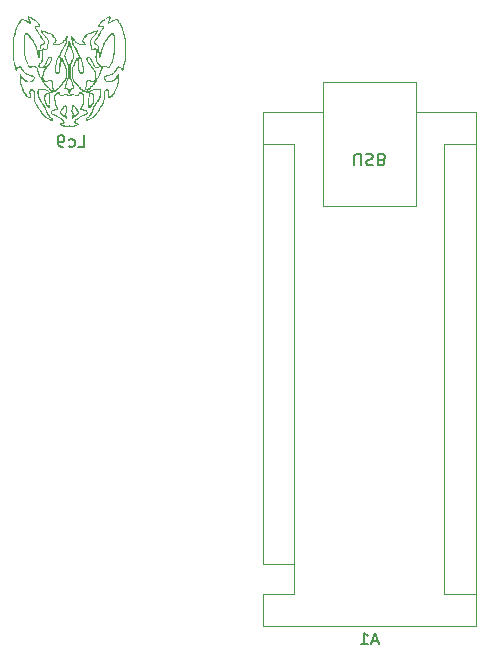
<source format=gbr>
%TF.GenerationSoftware,KiCad,Pcbnew,7.0.9*%
%TF.CreationDate,2023-12-01T18:07:20+01:00*%
%TF.ProjectId,MusicControllerPCB,4d757369-6343-46f6-9e74-726f6c6c6572,rev?*%
%TF.SameCoordinates,Original*%
%TF.FileFunction,Legend,Bot*%
%TF.FilePolarity,Positive*%
%FSLAX46Y46*%
G04 Gerber Fmt 4.6, Leading zero omitted, Abs format (unit mm)*
G04 Created by KiCad (PCBNEW 7.0.9) date 2023-12-01 18:07:20*
%MOMM*%
%LPD*%
G01*
G04 APERTURE LIST*
%ADD10C,0.150000*%
%ADD11C,0.120000*%
G04 APERTURE END LIST*
D10*
X56601906Y-67556594D02*
X57078096Y-67556594D01*
X57078096Y-67556594D02*
X57078096Y-66556594D01*
X55840001Y-67508975D02*
X55935239Y-67556594D01*
X55935239Y-67556594D02*
X56125715Y-67556594D01*
X56125715Y-67556594D02*
X56220953Y-67508975D01*
X56220953Y-67508975D02*
X56268572Y-67461355D01*
X56268572Y-67461355D02*
X56316191Y-67366117D01*
X56316191Y-67366117D02*
X56316191Y-67080403D01*
X56316191Y-67080403D02*
X56268572Y-66985165D01*
X56268572Y-66985165D02*
X56220953Y-66937546D01*
X56220953Y-66937546D02*
X56125715Y-66889927D01*
X56125715Y-66889927D02*
X55935239Y-66889927D01*
X55935239Y-66889927D02*
X55840001Y-66937546D01*
X55363810Y-67556594D02*
X55173334Y-67556594D01*
X55173334Y-67556594D02*
X55078096Y-67508975D01*
X55078096Y-67508975D02*
X55030477Y-67461355D01*
X55030477Y-67461355D02*
X54935239Y-67318498D01*
X54935239Y-67318498D02*
X54887620Y-67128022D01*
X54887620Y-67128022D02*
X54887620Y-66747070D01*
X54887620Y-66747070D02*
X54935239Y-66651832D01*
X54935239Y-66651832D02*
X54982858Y-66604213D01*
X54982858Y-66604213D02*
X55078096Y-66556594D01*
X55078096Y-66556594D02*
X55268572Y-66556594D01*
X55268572Y-66556594D02*
X55363810Y-66604213D01*
X55363810Y-66604213D02*
X55411429Y-66651832D01*
X55411429Y-66651832D02*
X55459048Y-66747070D01*
X55459048Y-66747070D02*
X55459048Y-66985165D01*
X55459048Y-66985165D02*
X55411429Y-67080403D01*
X55411429Y-67080403D02*
X55363810Y-67128022D01*
X55363810Y-67128022D02*
X55268572Y-67175641D01*
X55268572Y-67175641D02*
X55078096Y-67175641D01*
X55078096Y-67175641D02*
X54982858Y-67128022D01*
X54982858Y-67128022D02*
X54935239Y-67080403D01*
X54935239Y-67080403D02*
X54887620Y-66985165D01*
X81994285Y-109389104D02*
X81518095Y-109389104D01*
X82089523Y-109674819D02*
X81756190Y-108674819D01*
X81756190Y-108674819D02*
X81422857Y-109674819D01*
X80565714Y-109674819D02*
X81137142Y-109674819D01*
X80851428Y-109674819D02*
X80851428Y-108674819D01*
X80851428Y-108674819D02*
X80946666Y-108817676D01*
X80946666Y-108817676D02*
X81041904Y-108912914D01*
X81041904Y-108912914D02*
X81137142Y-108960533D01*
X80018095Y-69125180D02*
X80018095Y-68315657D01*
X80018095Y-68315657D02*
X80065714Y-68220419D01*
X80065714Y-68220419D02*
X80113333Y-68172800D01*
X80113333Y-68172800D02*
X80208571Y-68125180D01*
X80208571Y-68125180D02*
X80399047Y-68125180D01*
X80399047Y-68125180D02*
X80494285Y-68172800D01*
X80494285Y-68172800D02*
X80541904Y-68220419D01*
X80541904Y-68220419D02*
X80589523Y-68315657D01*
X80589523Y-68315657D02*
X80589523Y-69125180D01*
X81018095Y-68172800D02*
X81160952Y-68125180D01*
X81160952Y-68125180D02*
X81399047Y-68125180D01*
X81399047Y-68125180D02*
X81494285Y-68172800D01*
X81494285Y-68172800D02*
X81541904Y-68220419D01*
X81541904Y-68220419D02*
X81589523Y-68315657D01*
X81589523Y-68315657D02*
X81589523Y-68410895D01*
X81589523Y-68410895D02*
X81541904Y-68506133D01*
X81541904Y-68506133D02*
X81494285Y-68553752D01*
X81494285Y-68553752D02*
X81399047Y-68601371D01*
X81399047Y-68601371D02*
X81208571Y-68648990D01*
X81208571Y-68648990D02*
X81113333Y-68696609D01*
X81113333Y-68696609D02*
X81065714Y-68744228D01*
X81065714Y-68744228D02*
X81018095Y-68839466D01*
X81018095Y-68839466D02*
X81018095Y-68934704D01*
X81018095Y-68934704D02*
X81065714Y-69029942D01*
X81065714Y-69029942D02*
X81113333Y-69077561D01*
X81113333Y-69077561D02*
X81208571Y-69125180D01*
X81208571Y-69125180D02*
X81446666Y-69125180D01*
X81446666Y-69125180D02*
X81589523Y-69077561D01*
X82351428Y-68648990D02*
X82494285Y-68601371D01*
X82494285Y-68601371D02*
X82541904Y-68553752D01*
X82541904Y-68553752D02*
X82589523Y-68458514D01*
X82589523Y-68458514D02*
X82589523Y-68315657D01*
X82589523Y-68315657D02*
X82541904Y-68220419D01*
X82541904Y-68220419D02*
X82494285Y-68172800D01*
X82494285Y-68172800D02*
X82399047Y-68125180D01*
X82399047Y-68125180D02*
X82018095Y-68125180D01*
X82018095Y-68125180D02*
X82018095Y-69125180D01*
X82018095Y-69125180D02*
X82351428Y-69125180D01*
X82351428Y-69125180D02*
X82446666Y-69077561D01*
X82446666Y-69077561D02*
X82494285Y-69029942D01*
X82494285Y-69029942D02*
X82541904Y-68934704D01*
X82541904Y-68934704D02*
X82541904Y-68839466D01*
X82541904Y-68839466D02*
X82494285Y-68744228D01*
X82494285Y-68744228D02*
X82446666Y-68696609D01*
X82446666Y-68696609D02*
X82351428Y-68648990D01*
X82351428Y-68648990D02*
X82018095Y-68648990D01*
%TO.C,G\u002A\u002A\u002A*%
G36*
X54276337Y-64014862D02*
G01*
X54274920Y-64111887D01*
X54272217Y-64192205D01*
X54268136Y-64251588D01*
X54262587Y-64285808D01*
X54260020Y-64292223D01*
X54238373Y-64306849D01*
X54203135Y-64297557D01*
X54157146Y-64267138D01*
X54103245Y-64218379D01*
X54044273Y-64154069D01*
X53983070Y-64076997D01*
X53922474Y-63989951D01*
X53865327Y-63895719D01*
X53857313Y-63881244D01*
X53813692Y-63790321D01*
X53783581Y-63699148D01*
X53765484Y-63599966D01*
X53757903Y-63485019D01*
X53759153Y-63364604D01*
X53841185Y-63364604D01*
X53842380Y-63497439D01*
X53866622Y-63626595D01*
X53915379Y-63756519D01*
X53990114Y-63891662D01*
X54092294Y-64036473D01*
X54096413Y-64041796D01*
X54132188Y-64085916D01*
X54160368Y-64117128D01*
X54175165Y-64128968D01*
X54185592Y-64113856D01*
X54193185Y-64071054D01*
X54197702Y-64004949D01*
X54198976Y-63919933D01*
X54196840Y-63820396D01*
X54191125Y-63710729D01*
X54185140Y-63605881D01*
X54180074Y-63487500D01*
X54176589Y-63372094D01*
X54175214Y-63274207D01*
X54174870Y-63070935D01*
X54123090Y-63063335D01*
X54073552Y-63061488D01*
X53989804Y-63081732D01*
X53915256Y-63128940D01*
X53890604Y-63154345D01*
X53872557Y-63185524D01*
X53859814Y-63229787D01*
X53848596Y-63296638D01*
X53841185Y-63364604D01*
X53759153Y-63364604D01*
X53759341Y-63346548D01*
X53763288Y-63267554D01*
X53772626Y-63182989D01*
X53788710Y-63120554D01*
X53813960Y-63074504D01*
X53850793Y-63039092D01*
X53901630Y-63008574D01*
X53920238Y-63000022D01*
X53982830Y-62981201D01*
X54050164Y-62972225D01*
X54115051Y-62972689D01*
X54170301Y-62982187D01*
X54208723Y-63000316D01*
X54223128Y-63026670D01*
X54224624Y-63038097D01*
X54236027Y-63051197D01*
X54239756Y-63056091D01*
X54246202Y-63087598D01*
X54252271Y-63144686D01*
X54257871Y-63223127D01*
X54262914Y-63318691D01*
X54267306Y-63427150D01*
X54270957Y-63544275D01*
X54273777Y-63665838D01*
X54275675Y-63787609D01*
X54276558Y-63905360D01*
X54276529Y-63919933D01*
X54276337Y-64014862D01*
G37*
G36*
X58001555Y-63504058D02*
G01*
X57992452Y-63616073D01*
X57972602Y-63713516D01*
X57940508Y-63804145D01*
X57894673Y-63895719D01*
X57871740Y-63935674D01*
X57796750Y-64053050D01*
X57720112Y-64150619D01*
X57635046Y-64237299D01*
X57587102Y-64277756D01*
X57544958Y-64300801D01*
X57515810Y-64296227D01*
X57496655Y-64263318D01*
X57484490Y-64201356D01*
X57482278Y-64168345D01*
X57481124Y-64108026D01*
X57481243Y-64027405D01*
X57482485Y-63930855D01*
X57482866Y-63912263D01*
X57560650Y-63912263D01*
X57560690Y-63985886D01*
X57563254Y-64036473D01*
X57568752Y-64076745D01*
X57577026Y-64114422D01*
X57584835Y-64128968D01*
X57584961Y-64128964D01*
X57600559Y-64116372D01*
X57629423Y-64083752D01*
X57666624Y-64037436D01*
X57707232Y-63983756D01*
X57746317Y-63929045D01*
X57778950Y-63879633D01*
X57845090Y-63757021D01*
X57897836Y-63606745D01*
X57919724Y-63454237D01*
X57911403Y-63296638D01*
X57901048Y-63233972D01*
X57888554Y-63188320D01*
X57871046Y-63156478D01*
X57844744Y-63128940D01*
X57802758Y-63098202D01*
X57721684Y-63066419D01*
X57636910Y-63063335D01*
X57585130Y-63070935D01*
X57584786Y-63274207D01*
X57583462Y-63369876D01*
X57580014Y-63485071D01*
X57574975Y-63603536D01*
X57568875Y-63710729D01*
X57567520Y-63731998D01*
X57562979Y-63824625D01*
X57560650Y-63912263D01*
X57482866Y-63912263D01*
X57484700Y-63822748D01*
X57487740Y-63707457D01*
X57491455Y-63589355D01*
X57495696Y-63472813D01*
X57500312Y-63362205D01*
X57505155Y-63261902D01*
X57510075Y-63176277D01*
X57514923Y-63109703D01*
X57519549Y-63066552D01*
X57523803Y-63051197D01*
X57529893Y-63048353D01*
X57536871Y-63026670D01*
X57538568Y-63016975D01*
X57561798Y-62993324D01*
X57606642Y-62978034D01*
X57665911Y-62971509D01*
X57732416Y-62974154D01*
X57798965Y-62986374D01*
X57858370Y-63008574D01*
X57896956Y-63030606D01*
X57937333Y-63064130D01*
X57965474Y-63106740D01*
X57983795Y-63164182D01*
X57994717Y-63242203D01*
X58000659Y-63346548D01*
X58001408Y-63369716D01*
X58001500Y-63454237D01*
X58001555Y-63504058D01*
G37*
G36*
X55715575Y-64504175D02*
G01*
X55714075Y-64546138D01*
X55700380Y-64581637D01*
X55670487Y-64626039D01*
X55655219Y-64648178D01*
X55624852Y-64708096D01*
X55612331Y-64771154D01*
X55616769Y-64845761D01*
X55637278Y-64940326D01*
X55656882Y-65020312D01*
X55668359Y-65084309D01*
X55669308Y-65125506D01*
X55660156Y-65147756D01*
X55654410Y-65151798D01*
X55626444Y-65158480D01*
X55622094Y-65158159D01*
X55591014Y-65148075D01*
X55553996Y-65128932D01*
X55523008Y-65107653D01*
X55510019Y-65091158D01*
X55507724Y-65087212D01*
X55485807Y-65067395D01*
X55445655Y-65036762D01*
X55393394Y-65000097D01*
X55389337Y-64997331D01*
X55318798Y-64944468D01*
X55245355Y-64882354D01*
X55184275Y-64823854D01*
X55142554Y-64779248D01*
X55113614Y-64743586D01*
X55098495Y-64713389D01*
X55092711Y-64679368D01*
X55091780Y-64632233D01*
X55092598Y-64622749D01*
X55176910Y-64622749D01*
X55187155Y-64650485D01*
X55214719Y-64688288D01*
X55263088Y-64741672D01*
X55267440Y-64746216D01*
X55326209Y-64803072D01*
X55389973Y-64858436D01*
X55445674Y-64900920D01*
X55534148Y-64961216D01*
X55528497Y-64817779D01*
X55528196Y-64809685D01*
X55528560Y-64715324D01*
X55538253Y-64645466D01*
X55558776Y-64593841D01*
X55591630Y-64554182D01*
X55592054Y-64553797D01*
X55605394Y-64538472D01*
X55613397Y-64517675D01*
X55616756Y-64484759D01*
X55616165Y-64433072D01*
X55612318Y-64355964D01*
X55611506Y-64342325D01*
X55603122Y-64247859D01*
X55591240Y-64181711D01*
X55575289Y-64140558D01*
X55547984Y-64095847D01*
X55444156Y-64196860D01*
X55401680Y-64242576D01*
X55344636Y-64314532D01*
X55288529Y-64394996D01*
X55238577Y-64475927D01*
X55199996Y-64549284D01*
X55178005Y-64607028D01*
X55176910Y-64622749D01*
X55092598Y-64622749D01*
X55098737Y-64551569D01*
X55121397Y-64482243D01*
X55136918Y-64453048D01*
X55166813Y-64396778D01*
X55197806Y-64338407D01*
X55217209Y-64305919D01*
X55261073Y-64245480D01*
X55314905Y-64181361D01*
X55372974Y-64119536D01*
X55429547Y-64065977D01*
X55478893Y-64026658D01*
X55515280Y-64007553D01*
X55559371Y-64002665D01*
X55609670Y-64019452D01*
X55647821Y-64064346D01*
X55674407Y-64138126D01*
X55690009Y-64241571D01*
X55690902Y-64251764D01*
X55698085Y-64330033D01*
X55705607Y-64406797D01*
X55711979Y-64466777D01*
X55713708Y-64484759D01*
X55715575Y-64504175D01*
G37*
G36*
X56668220Y-64632233D02*
G01*
X56667520Y-64675509D01*
X56662406Y-64710397D01*
X56648391Y-64740558D01*
X56620992Y-64775281D01*
X56575725Y-64823854D01*
X56572482Y-64827240D01*
X56510153Y-64886357D01*
X56436439Y-64948265D01*
X56366605Y-65000097D01*
X56343581Y-65015915D01*
X56295663Y-65050577D01*
X56262422Y-65077161D01*
X56249981Y-65090900D01*
X56249920Y-65091563D01*
X56236206Y-65108133D01*
X56205744Y-65130532D01*
X56191317Y-65138807D01*
X56143963Y-65153734D01*
X56108978Y-65145477D01*
X56092099Y-65114829D01*
X56091757Y-65106416D01*
X56096085Y-65066088D01*
X56106799Y-65007831D01*
X56122240Y-64941198D01*
X56137243Y-64876778D01*
X56148048Y-64799658D01*
X56144195Y-64737695D01*
X56124789Y-64682388D01*
X56088932Y-64625236D01*
X56068195Y-64595654D01*
X56049223Y-64558858D01*
X56043816Y-64521001D01*
X56046544Y-64485823D01*
X56143278Y-64485823D01*
X56146749Y-64518340D01*
X56154882Y-64538910D01*
X56168370Y-64554182D01*
X56173171Y-64558668D01*
X56204163Y-64598980D01*
X56223222Y-64651776D01*
X56231839Y-64723327D01*
X56231503Y-64819902D01*
X56230214Y-64853077D01*
X56227975Y-64910583D01*
X56226429Y-64950137D01*
X56225853Y-64964635D01*
X56238078Y-64955707D01*
X56269848Y-64933283D01*
X56314325Y-64902189D01*
X56318268Y-64899411D01*
X56375188Y-64854749D01*
X56439103Y-64798319D01*
X56496912Y-64741641D01*
X56531837Y-64703839D01*
X56565861Y-64661531D01*
X56581418Y-64631100D01*
X56581994Y-64607028D01*
X56566075Y-64562751D01*
X56530492Y-64491958D01*
X56482461Y-64411932D01*
X56427197Y-64330714D01*
X56369919Y-64256343D01*
X56315844Y-64196860D01*
X56212015Y-64095847D01*
X56184711Y-64140558D01*
X56182525Y-64144356D01*
X56167102Y-64188383D01*
X56155678Y-64257812D01*
X56147682Y-64355964D01*
X56147546Y-64358345D01*
X56143775Y-64434708D01*
X56143278Y-64485823D01*
X56046544Y-64485823D01*
X56048021Y-64466777D01*
X56048787Y-64459971D01*
X56055409Y-64396727D01*
X56062974Y-64318834D01*
X56069991Y-64241571D01*
X56080149Y-64164026D01*
X56103606Y-64082031D01*
X56138465Y-64029140D01*
X56185309Y-64004573D01*
X56244720Y-64007553D01*
X56265043Y-64016464D01*
X56310012Y-64048603D01*
X56364445Y-64097313D01*
X56422612Y-64156621D01*
X56478780Y-64220556D01*
X56527218Y-64283142D01*
X56562194Y-64338407D01*
X56583093Y-64377771D01*
X56614235Y-64436398D01*
X56638603Y-64482243D01*
X56659827Y-64544298D01*
X56665814Y-64607028D01*
X56668220Y-64632233D01*
G37*
G36*
X56314207Y-59846738D02*
G01*
X56314132Y-59851260D01*
X56305595Y-59908306D01*
X56285092Y-59984237D01*
X56255727Y-60070578D01*
X56220607Y-60158849D01*
X56182836Y-60240574D01*
X56145520Y-60307273D01*
X56133710Y-60326933D01*
X56099490Y-60400730D01*
X56080523Y-60470373D01*
X56072363Y-60510935D01*
X56052722Y-60580005D01*
X56028499Y-60646321D01*
X56018493Y-60670657D01*
X56008576Y-60698285D01*
X56001040Y-60727319D01*
X55995536Y-60762153D01*
X55991715Y-60807182D01*
X55989226Y-60866803D01*
X55987719Y-60945409D01*
X55986845Y-61047398D01*
X55986254Y-61177163D01*
X55986024Y-61241747D01*
X55985869Y-61358741D01*
X55986406Y-61449954D01*
X55987916Y-61519747D01*
X55990677Y-61572478D01*
X55994970Y-61612507D01*
X56001076Y-61644191D01*
X56009274Y-61671889D01*
X56019844Y-61699962D01*
X56026707Y-61717125D01*
X56049642Y-61774221D01*
X56080126Y-61849882D01*
X56115005Y-61936287D01*
X56151125Y-62025612D01*
X56168383Y-62068918D01*
X56200887Y-62154253D01*
X56228296Y-62231128D01*
X56248141Y-62292480D01*
X56257955Y-62331249D01*
X56263303Y-62361520D01*
X56276694Y-62426624D01*
X56291909Y-62491860D01*
X56304094Y-62550067D01*
X56304112Y-62556020D01*
X56304244Y-62600541D01*
X56284105Y-62630674D01*
X56239903Y-62645248D01*
X56167866Y-62649044D01*
X56061318Y-62649044D01*
X56037351Y-62717410D01*
X56025865Y-62750410D01*
X55988829Y-62861739D01*
X55963506Y-62947774D01*
X55948982Y-63011858D01*
X55944344Y-63057330D01*
X55944196Y-63075375D01*
X55939497Y-63103287D01*
X55921192Y-63113878D01*
X55880000Y-63115542D01*
X55860054Y-63115407D01*
X55829201Y-63111156D01*
X55817495Y-63094596D01*
X55815655Y-63057330D01*
X55815358Y-63047267D01*
X55808275Y-62997344D01*
X55791071Y-62927954D01*
X55762834Y-62835757D01*
X55722649Y-62717410D01*
X55698682Y-62649044D01*
X55592134Y-62649044D01*
X55532180Y-62646719D01*
X55482703Y-62634688D01*
X55458045Y-62608055D01*
X55454432Y-62562039D01*
X55455603Y-62556020D01*
X55558277Y-62556020D01*
X55562478Y-62561668D01*
X55593384Y-62566096D01*
X55653044Y-62562047D01*
X55677194Y-62559553D01*
X55725800Y-62558602D01*
X55760095Y-62569323D01*
X55785614Y-62596599D01*
X55807892Y-62645315D01*
X55832462Y-62720352D01*
X55837394Y-62736149D01*
X55855707Y-62790082D01*
X55870868Y-62827850D01*
X55880000Y-62842078D01*
X55881638Y-62841050D01*
X55892618Y-62819977D01*
X55908878Y-62777287D01*
X55927538Y-62720352D01*
X55937792Y-62687504D01*
X55960804Y-62623361D01*
X55983692Y-62583627D01*
X56011990Y-62563419D01*
X56051233Y-62557854D01*
X56106956Y-62562047D01*
X56141605Y-62565225D01*
X56186439Y-62564835D01*
X56201723Y-62556020D01*
X56201330Y-62544164D01*
X56192027Y-62479490D01*
X56171791Y-62393849D01*
X56142539Y-62293928D01*
X56106188Y-62186412D01*
X56064655Y-62077986D01*
X56052010Y-62046880D01*
X55994821Y-61903106D01*
X55951030Y-61787000D01*
X55920241Y-61697423D01*
X55902059Y-61633235D01*
X55896086Y-61593297D01*
X55892329Y-61568886D01*
X55880000Y-61555187D01*
X55869696Y-61564089D01*
X55863914Y-61593297D01*
X55863692Y-61599185D01*
X55855388Y-61643726D01*
X55834798Y-61712737D01*
X55801525Y-61807358D01*
X55755172Y-61928728D01*
X55695345Y-62077986D01*
X55684821Y-62104205D01*
X55644377Y-62213026D01*
X55609584Y-62319303D01*
X55582358Y-62416352D01*
X55564617Y-62497486D01*
X55558277Y-62556020D01*
X55455603Y-62556020D01*
X55468091Y-62491860D01*
X55476990Y-62454739D01*
X55491637Y-62387214D01*
X55502044Y-62331249D01*
X55505506Y-62315276D01*
X55520606Y-62264419D01*
X55544513Y-62194481D01*
X55574759Y-62112525D01*
X55608875Y-62025612D01*
X55624650Y-61986620D01*
X55660614Y-61897611D01*
X55693956Y-61814950D01*
X55721521Y-61746459D01*
X55740155Y-61699962D01*
X55745397Y-61686550D01*
X55754826Y-61659194D01*
X55762014Y-61630179D01*
X55767240Y-61595147D01*
X55770784Y-61549739D01*
X55772927Y-61489595D01*
X55773948Y-61410357D01*
X55774127Y-61307666D01*
X55773746Y-61177163D01*
X55773279Y-61069895D01*
X55772486Y-60962943D01*
X55771127Y-60880211D01*
X55768852Y-60817304D01*
X55765312Y-60769828D01*
X55760157Y-60733387D01*
X55753036Y-60703586D01*
X55743601Y-60676029D01*
X55731501Y-60646321D01*
X55714062Y-60600306D01*
X55692530Y-60530125D01*
X55679477Y-60470373D01*
X55675949Y-60451547D01*
X55651755Y-60378761D01*
X55614480Y-60307273D01*
X55610699Y-60301265D01*
X55573190Y-60232601D01*
X55535551Y-60149797D01*
X55500886Y-60061331D01*
X55472301Y-59975681D01*
X55452901Y-59901324D01*
X55445792Y-59846738D01*
X55446913Y-59835403D01*
X55545705Y-59835403D01*
X55549299Y-59866239D01*
X55557648Y-59901925D01*
X55586689Y-59994269D01*
X55641314Y-60123160D01*
X55710493Y-60252211D01*
X55720496Y-60269849D01*
X55755078Y-60348480D01*
X55773612Y-60422552D01*
X55777153Y-60444408D01*
X55795267Y-60513696D01*
X55819621Y-60575370D01*
X55831776Y-60601861D01*
X55842364Y-60634240D01*
X55849793Y-60674018D01*
X55854855Y-60727388D01*
X55858340Y-60800543D01*
X55861039Y-60899677D01*
X55862555Y-60953550D01*
X55866020Y-61032685D01*
X55870353Y-61095928D01*
X55875148Y-61137853D01*
X55880000Y-61153034D01*
X55882950Y-61147230D01*
X55887816Y-61115057D01*
X55892377Y-61059456D01*
X55896227Y-60985854D01*
X55898961Y-60899677D01*
X55901239Y-60813163D01*
X55904561Y-60736624D01*
X55909345Y-60680768D01*
X55916382Y-60639403D01*
X55926463Y-60606335D01*
X55940379Y-60575370D01*
X55949301Y-60555826D01*
X55972281Y-60488627D01*
X55986388Y-60422552D01*
X55989033Y-60406057D01*
X56012058Y-60329220D01*
X56049507Y-60252211D01*
X56104334Y-60152350D01*
X56162660Y-60022380D01*
X56202352Y-59901925D01*
X56210476Y-59867396D01*
X56214260Y-59836510D01*
X56212285Y-59803590D01*
X56203509Y-59761494D01*
X56186889Y-59703080D01*
X56161384Y-59621205D01*
X56135233Y-59540926D01*
X56106632Y-59457850D01*
X56080402Y-59386055D01*
X56060004Y-59335301D01*
X56032334Y-59268957D01*
X55999923Y-59183608D01*
X55968442Y-59093874D01*
X55940105Y-59006602D01*
X55917125Y-58928640D01*
X55901715Y-58866835D01*
X55896086Y-58828036D01*
X55895962Y-58821122D01*
X55890674Y-58786418D01*
X55880000Y-58772287D01*
X55878005Y-58772716D01*
X55867991Y-58791042D01*
X55863914Y-58828036D01*
X55859478Y-58861046D01*
X55845084Y-58920542D01*
X55822866Y-58996987D01*
X55795035Y-59083533D01*
X55763805Y-59173332D01*
X55731388Y-59259537D01*
X55699996Y-59335301D01*
X55680843Y-59382786D01*
X55654832Y-59453720D01*
X55626270Y-59536446D01*
X55598616Y-59621205D01*
X55573868Y-59700583D01*
X55556947Y-59759717D01*
X55547907Y-59802277D01*
X55545705Y-59835403D01*
X55446913Y-59835403D01*
X55447768Y-59826764D01*
X55458555Y-59773677D01*
X55476931Y-59701200D01*
X55500837Y-59616089D01*
X55528216Y-59525103D01*
X55557011Y-59434998D01*
X55585162Y-59352532D01*
X55610614Y-59284461D01*
X55631307Y-59237542D01*
X55650342Y-59196783D01*
X55683711Y-59110547D01*
X55716946Y-59009561D01*
X55746889Y-58904418D01*
X55770386Y-58805709D01*
X55784281Y-58724028D01*
X55786986Y-58701193D01*
X55795039Y-58639253D01*
X55802263Y-58591641D01*
X55807359Y-58567188D01*
X55819038Y-58556899D01*
X55852958Y-58548736D01*
X55895395Y-58547729D01*
X55933054Y-58553880D01*
X55952641Y-58567188D01*
X55954060Y-58572380D01*
X55960028Y-58605726D01*
X55967681Y-58659219D01*
X55975719Y-58724028D01*
X55982859Y-58771134D01*
X56002975Y-58864442D01*
X56030771Y-58968329D01*
X56063093Y-59072203D01*
X56096786Y-59165472D01*
X56128693Y-59237542D01*
X56140636Y-59263273D01*
X56164476Y-59323898D01*
X56191820Y-59401554D01*
X56220608Y-59489483D01*
X56248784Y-59580930D01*
X56274289Y-59669135D01*
X56295067Y-59747343D01*
X56309059Y-59808797D01*
X56312819Y-59836510D01*
X56314207Y-59846738D01*
G37*
G36*
X57424086Y-64721827D02*
G01*
X57419685Y-64754226D01*
X57406855Y-64778755D01*
X57383416Y-64805251D01*
X57337690Y-64840949D01*
X57285291Y-64852844D01*
X57282283Y-64852926D01*
X57239313Y-64862109D01*
X57180227Y-64883859D01*
X57115375Y-64914426D01*
X57103804Y-64920463D01*
X57042003Y-64951737D01*
X56987069Y-64978099D01*
X56949728Y-64994371D01*
X56894999Y-65019207D01*
X56821758Y-65060326D01*
X56729533Y-65118554D01*
X56615451Y-65195624D01*
X56599451Y-65206792D01*
X56520980Y-65266478D01*
X56464945Y-65319913D01*
X56425305Y-65372722D01*
X56409796Y-65399418D01*
X56390456Y-65444115D01*
X56391957Y-65467752D01*
X56393230Y-65468819D01*
X56419104Y-65479673D01*
X56466364Y-65492808D01*
X56525801Y-65505620D01*
X56579329Y-65517802D01*
X56647788Y-65544478D01*
X56687542Y-65579367D01*
X56700393Y-65623686D01*
X56700130Y-65630667D01*
X56692068Y-65657938D01*
X56669676Y-65683203D01*
X56628821Y-65709231D01*
X56565369Y-65738794D01*
X56475187Y-65774664D01*
X56391398Y-65805951D01*
X56293197Y-65840083D01*
X56213093Y-65863991D01*
X56144560Y-65879561D01*
X56081077Y-65888681D01*
X56079525Y-65888834D01*
X56037144Y-65890831D01*
X55971745Y-65891550D01*
X55891964Y-65890978D01*
X55806436Y-65889102D01*
X55748726Y-65886974D01*
X55665552Y-65881312D01*
X55591136Y-65871437D01*
X55517851Y-65855567D01*
X55438070Y-65831922D01*
X55344166Y-65798722D01*
X55228512Y-65754186D01*
X55210965Y-65747184D01*
X55138244Y-65714640D01*
X55091667Y-65685442D01*
X55066900Y-65656240D01*
X55059607Y-65623686D01*
X55063882Y-65596780D01*
X55092106Y-65558075D01*
X55148278Y-65528095D01*
X55234199Y-65505620D01*
X55241987Y-65504124D01*
X55300404Y-65491129D01*
X55345492Y-65478137D01*
X55368043Y-65467752D01*
X55371373Y-65459740D01*
X55363243Y-65426160D01*
X55334695Y-65372722D01*
X55328855Y-65363550D01*
X55286855Y-65311031D01*
X55227433Y-65256931D01*
X55144549Y-65195624D01*
X55035400Y-65121796D01*
X54942196Y-65062706D01*
X54868112Y-65020809D01*
X54810272Y-64994371D01*
X54805060Y-64992309D01*
X54763573Y-64973734D01*
X54706519Y-64946047D01*
X54644625Y-64914426D01*
X54638184Y-64911083D01*
X54573442Y-64881229D01*
X54515500Y-64860565D01*
X54474709Y-64852844D01*
X54425305Y-64842401D01*
X54376584Y-64805251D01*
X54364456Y-64792313D01*
X54346118Y-64767933D01*
X54337396Y-64741040D01*
X54336114Y-64701797D01*
X54338320Y-64667744D01*
X54421304Y-64667744D01*
X54429432Y-64700161D01*
X54457983Y-64732277D01*
X54492646Y-64756939D01*
X54556651Y-64772413D01*
X54585686Y-64776250D01*
X54644697Y-64795378D01*
X54711142Y-64827036D01*
X54764964Y-64855333D01*
X54815995Y-64879664D01*
X54850488Y-64893305D01*
X54854259Y-64894442D01*
X54880035Y-64904363D01*
X54913435Y-64921084D01*
X54958251Y-64946868D01*
X55018277Y-64983976D01*
X55097307Y-65034672D01*
X55199133Y-65101216D01*
X55265023Y-65145797D01*
X55327535Y-65192689D01*
X55366499Y-65229295D01*
X55384806Y-65258055D01*
X55399095Y-65289836D01*
X55411607Y-65303255D01*
X55417209Y-65304687D01*
X55437369Y-65326543D01*
X55457025Y-65366874D01*
X55471934Y-65415492D01*
X55477847Y-65462206D01*
X55474182Y-65500067D01*
X55453664Y-65540088D01*
X55410891Y-65566498D01*
X55341115Y-65583507D01*
X55334089Y-65584653D01*
X55277869Y-65594322D01*
X55229448Y-65603355D01*
X55182127Y-65612803D01*
X55225517Y-65635538D01*
X55229118Y-65637416D01*
X55313935Y-65677263D01*
X55404625Y-65712778D01*
X55496126Y-65742768D01*
X55583373Y-65766041D01*
X55661305Y-65781406D01*
X55724857Y-65787669D01*
X55768967Y-65783638D01*
X55788571Y-65768122D01*
X55798551Y-65753039D01*
X55826565Y-65743873D01*
X55879214Y-65741293D01*
X55919800Y-65742709D01*
X55956847Y-65750753D01*
X55973700Y-65767588D01*
X55990272Y-65781028D01*
X56033246Y-65786694D01*
X56096350Y-65781532D01*
X56174458Y-65766750D01*
X56262449Y-65743553D01*
X56355199Y-65713148D01*
X56447585Y-65676740D01*
X56534483Y-65635538D01*
X56577873Y-65612803D01*
X56530552Y-65603355D01*
X56525221Y-65602304D01*
X56474298Y-65592930D01*
X56418885Y-65583507D01*
X56367518Y-65572547D01*
X56316927Y-65549484D01*
X56290055Y-65514108D01*
X56282153Y-65462206D01*
X56282750Y-65448764D01*
X56291858Y-65400389D01*
X56308665Y-65353219D01*
X56328925Y-65317445D01*
X56348392Y-65303255D01*
X56360737Y-65290120D01*
X56375193Y-65258055D01*
X56387538Y-65236551D01*
X56421470Y-65201976D01*
X56478282Y-65157679D01*
X56560867Y-65101216D01*
X56579339Y-65089087D01*
X56677156Y-65025305D01*
X56752799Y-64977000D01*
X56810063Y-64941910D01*
X56852741Y-64917772D01*
X56884626Y-64902324D01*
X56909512Y-64893305D01*
X56942062Y-64880526D01*
X56992606Y-64856551D01*
X57048858Y-64827036D01*
X57092268Y-64805259D01*
X57155163Y-64781285D01*
X57203349Y-64772413D01*
X57243665Y-64766575D01*
X57302017Y-64732277D01*
X57326081Y-64706861D01*
X57338361Y-64675997D01*
X57334441Y-64631738D01*
X57332885Y-64623696D01*
X57320806Y-64579616D01*
X57307352Y-64550932D01*
X57288711Y-64533510D01*
X57234512Y-64505876D01*
X57151567Y-64481588D01*
X57038201Y-64460079D01*
X57014564Y-64456283D01*
X56946969Y-64443676D01*
X56901858Y-64430864D01*
X56871755Y-64415245D01*
X56849189Y-64394213D01*
X56847841Y-64392629D01*
X56818726Y-64334923D01*
X56816026Y-64270074D01*
X56840302Y-64209744D01*
X56878607Y-64148818D01*
X56932471Y-64041896D01*
X56978676Y-63925691D01*
X57012899Y-63811527D01*
X57030816Y-63710729D01*
X57034239Y-63680778D01*
X57042712Y-63621135D01*
X57053095Y-63557910D01*
X57061532Y-63498971D01*
X57068364Y-63410797D01*
X57069278Y-63325324D01*
X57064269Y-63252193D01*
X57053330Y-63201041D01*
X57024384Y-63149702D01*
X56973640Y-63092562D01*
X56913798Y-63045172D01*
X56855600Y-63017502D01*
X56837033Y-63012664D01*
X56804685Y-63008088D01*
X56782766Y-63017494D01*
X56763826Y-63046183D01*
X56740416Y-63099456D01*
X56731968Y-63118803D01*
X56705117Y-63173280D01*
X56680059Y-63216080D01*
X56674182Y-63224488D01*
X56656211Y-63244176D01*
X56632679Y-63254927D01*
X56594720Y-63259415D01*
X56533468Y-63260317D01*
X56470734Y-63258798D01*
X56422015Y-63251459D01*
X56377689Y-63234473D01*
X56323495Y-63204015D01*
X56274472Y-63176122D01*
X56232985Y-63155566D01*
X56209573Y-63147714D01*
X56200103Y-63149209D01*
X56164780Y-63160603D01*
X56119027Y-63179533D01*
X56066287Y-63196260D01*
X55983023Y-63209006D01*
X55888177Y-63213707D01*
X55792431Y-63210361D01*
X55706468Y-63198970D01*
X55640973Y-63179533D01*
X55618811Y-63169912D01*
X55576429Y-63154000D01*
X55550426Y-63147714D01*
X55527945Y-63155159D01*
X55486834Y-63175424D01*
X55436505Y-63204015D01*
X55385029Y-63233121D01*
X55340522Y-63250779D01*
X55292444Y-63258570D01*
X55226532Y-63260317D01*
X55204354Y-63260259D01*
X55151333Y-63258524D01*
X55118835Y-63252366D01*
X55097993Y-63239110D01*
X55079941Y-63216080D01*
X55071520Y-63202834D01*
X55044692Y-63153587D01*
X55019584Y-63099456D01*
X55008691Y-63073657D01*
X54988074Y-63031396D01*
X54968786Y-63011483D01*
X54943377Y-63008619D01*
X54904400Y-63017502D01*
X54852474Y-63041230D01*
X54792304Y-63087045D01*
X54740122Y-63143639D01*
X54706670Y-63201041D01*
X54698295Y-63234656D01*
X54691565Y-63302402D01*
X54690761Y-63385286D01*
X54695876Y-63473668D01*
X54706905Y-63557910D01*
X54714044Y-63600414D01*
X54723396Y-63663028D01*
X54729184Y-63710729D01*
X54739205Y-63776382D01*
X54768547Y-63887403D01*
X54811292Y-64004186D01*
X54863117Y-64115408D01*
X54919698Y-64209744D01*
X54920887Y-64211469D01*
X54944299Y-64272122D01*
X54940753Y-64336923D01*
X54910811Y-64394213D01*
X54904900Y-64400714D01*
X54880999Y-64419990D01*
X54847497Y-64434574D01*
X54796922Y-64447068D01*
X54721799Y-64460079D01*
X54653500Y-64472003D01*
X54557640Y-64495023D01*
X54491248Y-64521144D01*
X54452648Y-64550932D01*
X54450444Y-64554104D01*
X54436832Y-64586662D01*
X54425559Y-64631738D01*
X54421304Y-64667744D01*
X54338320Y-64667744D01*
X54340094Y-64640368D01*
X54340361Y-64636978D01*
X54346476Y-64575267D01*
X54353691Y-64524128D01*
X54360502Y-64494332D01*
X54366978Y-64482131D01*
X54407366Y-64446386D01*
X54476006Y-64415277D01*
X54570048Y-64389879D01*
X54686640Y-64371268D01*
X54743358Y-64363613D01*
X54796965Y-64350349D01*
X54824783Y-64329407D01*
X54828986Y-64295896D01*
X54811743Y-64244923D01*
X54775225Y-64171593D01*
X54772215Y-64165872D01*
X54733578Y-64088824D01*
X54703555Y-64018959D01*
X54679845Y-63948432D01*
X54660148Y-63869398D01*
X54642164Y-63774011D01*
X54623593Y-63654427D01*
X54620479Y-63632461D01*
X54605623Y-63496411D01*
X54599522Y-63371941D01*
X54602092Y-63263919D01*
X54613247Y-63177213D01*
X54632903Y-63116691D01*
X54644856Y-63097310D01*
X54677152Y-63054366D01*
X54716283Y-63009238D01*
X54750343Y-62976196D01*
X54801127Y-62943787D01*
X54866574Y-62923631D01*
X54901853Y-62915154D01*
X54955213Y-62899842D01*
X54991566Y-62886289D01*
X55003504Y-62881093D01*
X55029276Y-62878053D01*
X55050509Y-62893563D01*
X55071180Y-62931877D01*
X55095263Y-62997248D01*
X55120186Y-63064137D01*
X55155115Y-63130292D01*
X55194093Y-63167370D01*
X55241011Y-63177105D01*
X55299760Y-63161229D01*
X55374233Y-63121475D01*
X55444233Y-63084005D01*
X55530722Y-63056871D01*
X55610460Y-63057311D01*
X55688151Y-63084772D01*
X55697303Y-63089416D01*
X55747662Y-63109107D01*
X55804305Y-63119110D01*
X55880000Y-63121895D01*
X55895236Y-63121820D01*
X55966661Y-63117945D01*
X56021276Y-63106420D01*
X56071849Y-63084772D01*
X56128478Y-63062107D01*
X56207197Y-63054290D01*
X56291392Y-63073896D01*
X56385767Y-63121475D01*
X56441329Y-63152523D01*
X56504049Y-63175195D01*
X56553858Y-63172736D01*
X56594647Y-63143414D01*
X56630309Y-63085496D01*
X56664736Y-62997248D01*
X56674639Y-62968683D01*
X56696942Y-62914201D01*
X56717358Y-62885144D01*
X56739864Y-62877258D01*
X56768434Y-62886289D01*
X56788216Y-62894261D01*
X56836844Y-62909419D01*
X56893426Y-62923631D01*
X56939263Y-62936099D01*
X56993053Y-62963257D01*
X57043717Y-63009238D01*
X57067461Y-63035861D01*
X57103686Y-63081219D01*
X57127097Y-63116691D01*
X57130722Y-63124217D01*
X57149057Y-63189147D01*
X57158877Y-63279500D01*
X57160098Y-63390410D01*
X57152636Y-63517009D01*
X57136407Y-63654427D01*
X57135073Y-63663525D01*
X57116615Y-63781207D01*
X57098587Y-63875227D01*
X57078690Y-63953431D01*
X57054622Y-64023663D01*
X57024083Y-64093769D01*
X56984774Y-64171593D01*
X56956287Y-64227574D01*
X56933639Y-64284088D01*
X56931851Y-64321821D01*
X56953094Y-64345667D01*
X56999541Y-64360518D01*
X57073360Y-64371268D01*
X57112825Y-64376402D01*
X57222534Y-64397295D01*
X57308782Y-64424631D01*
X57368721Y-64457336D01*
X57399498Y-64494332D01*
X57399827Y-64495209D01*
X57406698Y-64526418D01*
X57413892Y-64578395D01*
X57419906Y-64640368D01*
X57422232Y-64671722D01*
X57422390Y-64675997D01*
X57424086Y-64721827D01*
G37*
G36*
X60692988Y-59411814D02*
G01*
X60686837Y-59657709D01*
X60674660Y-59884406D01*
X60656669Y-60089386D01*
X60633077Y-60270132D01*
X60604096Y-60424126D01*
X60569938Y-60548851D01*
X60568867Y-60552064D01*
X60546240Y-60628019D01*
X60523645Y-60716355D01*
X60505821Y-60798605D01*
X60492919Y-60859047D01*
X60466235Y-60951932D01*
X60436230Y-61024674D01*
X60404654Y-61075403D01*
X60373260Y-61102250D01*
X60343798Y-61103346D01*
X60318019Y-61076821D01*
X60297675Y-61020806D01*
X60290049Y-61000159D01*
X60258558Y-60951180D01*
X60213608Y-60901405D01*
X60164657Y-60860601D01*
X60121164Y-60838536D01*
X60099505Y-60834480D01*
X60056677Y-60838322D01*
X60017881Y-60862764D01*
X59978812Y-60911247D01*
X59935166Y-60987213D01*
X59934385Y-60988704D01*
X59884452Y-61070186D01*
X59818724Y-61158014D01*
X59743513Y-61245311D01*
X59665130Y-61325198D01*
X59589887Y-61390796D01*
X59524096Y-61435226D01*
X59481138Y-61455698D01*
X59409406Y-61484126D01*
X59339105Y-61506800D01*
X59286653Y-61521782D01*
X59217229Y-61543013D01*
X59161571Y-61561524D01*
X59128801Y-61572645D01*
X59061375Y-61593615D01*
X58994548Y-61612581D01*
X58899913Y-61637761D01*
X58909136Y-61727126D01*
X58921302Y-61786121D01*
X58953394Y-61848129D01*
X59007562Y-61901769D01*
X59087164Y-61950199D01*
X59195561Y-61996580D01*
X59269766Y-62024373D01*
X59380551Y-61973821D01*
X59381315Y-61973472D01*
X59444425Y-61944383D01*
X59503684Y-61916591D01*
X59546358Y-61896068D01*
X59580922Y-61875122D01*
X59642838Y-61825243D01*
X59707639Y-61761569D01*
X59767034Y-61692491D01*
X59812737Y-61626401D01*
X59857340Y-61553572D01*
X59922140Y-61462461D01*
X59979704Y-61400885D01*
X60029551Y-61369325D01*
X60071198Y-61368263D01*
X60071219Y-61368271D01*
X60080360Y-61374384D01*
X60086966Y-61387457D01*
X60091277Y-61411689D01*
X60093533Y-61451279D01*
X60093973Y-61510427D01*
X60092837Y-61593330D01*
X60090364Y-61704188D01*
X60087549Y-61809197D01*
X60084042Y-61900689D01*
X60079364Y-61973218D01*
X60072739Y-62033716D01*
X60063389Y-62089114D01*
X60050539Y-62146344D01*
X60033410Y-62212335D01*
X60029132Y-62228016D01*
X60004908Y-62308890D01*
X59975197Y-62395052D01*
X59938140Y-62491159D01*
X59891874Y-62601867D01*
X59834538Y-62731832D01*
X59764272Y-62885711D01*
X59729007Y-62953374D01*
X59674223Y-63043743D01*
X59610659Y-63138210D01*
X59545324Y-63226419D01*
X59485228Y-63298011D01*
X59466805Y-63316304D01*
X59389501Y-63370715D01*
X59300323Y-63407599D01*
X59212085Y-63421178D01*
X59181243Y-63420288D01*
X59140870Y-63412631D01*
X59123076Y-63395733D01*
X59119143Y-63382497D01*
X59113365Y-63325376D01*
X59116241Y-63249258D01*
X59127153Y-63162968D01*
X59145484Y-63075326D01*
X59151080Y-63052926D01*
X59170897Y-62955887D01*
X59176570Y-62882999D01*
X59168099Y-62830297D01*
X59145484Y-62793819D01*
X59139698Y-62788410D01*
X59089218Y-62763111D01*
X59032637Y-62764217D01*
X58978016Y-62790019D01*
X58933416Y-62838805D01*
X58919967Y-62863064D01*
X58909995Y-62890161D01*
X58903318Y-62925206D01*
X58899166Y-62974256D01*
X58896772Y-63043365D01*
X58895366Y-63138591D01*
X58895042Y-63162375D01*
X58892386Y-63260936D01*
X58887954Y-63357264D01*
X58882278Y-63441380D01*
X58875891Y-63503303D01*
X58850440Y-63631871D01*
X58797061Y-63801476D01*
X58723728Y-63971230D01*
X58634578Y-64131811D01*
X58533752Y-64273898D01*
X58509662Y-64304496D01*
X58437297Y-64405113D01*
X58361352Y-64521787D01*
X58288416Y-64644566D01*
X58285705Y-64649189D01*
X58256349Y-64691762D01*
X58211412Y-64749698D01*
X58156513Y-64815975D01*
X58097268Y-64883569D01*
X58080665Y-64901883D01*
X58018853Y-64968034D01*
X57968788Y-65016479D01*
X57923422Y-65053037D01*
X57875707Y-65083532D01*
X57818597Y-65113785D01*
X57804363Y-65120996D01*
X57732608Y-65159687D01*
X57663616Y-65200113D01*
X57610585Y-65234608D01*
X57575523Y-65258487D01*
X57522927Y-65290982D01*
X57481895Y-65312579D01*
X57461765Y-65319853D01*
X57406604Y-65330927D01*
X57348038Y-65334122D01*
X57297551Y-65329251D01*
X57266624Y-65316124D01*
X57259513Y-65302942D01*
X57250745Y-65263052D01*
X57248088Y-65222625D01*
X57327752Y-65222625D01*
X57334100Y-65236096D01*
X57361851Y-65240719D01*
X57406442Y-65229949D01*
X57462161Y-65205364D01*
X57523295Y-65168544D01*
X57530275Y-65163815D01*
X57599000Y-65120387D01*
X57679009Y-65073855D01*
X57754393Y-65033512D01*
X57809425Y-65004168D01*
X57859498Y-64972016D01*
X57906730Y-64933553D01*
X57958759Y-64882501D01*
X58023223Y-64812583D01*
X58055562Y-64775418D01*
X58131245Y-64680829D01*
X58203813Y-64580955D01*
X58263114Y-64489468D01*
X58297049Y-64434246D01*
X58350844Y-64351657D01*
X58404317Y-64274355D01*
X58449762Y-64213728D01*
X58485990Y-64166235D01*
X58569085Y-64041534D01*
X58645519Y-63906396D01*
X58706639Y-63775579D01*
X58710786Y-63765220D01*
X58752460Y-63630423D01*
X58782818Y-63468893D01*
X58801382Y-63283916D01*
X58807676Y-63078779D01*
X58807819Y-63024188D01*
X58809137Y-62949552D01*
X58812601Y-62896068D01*
X58819123Y-62856716D01*
X58829619Y-62824475D01*
X58845003Y-62792328D01*
X58848741Y-62785416D01*
X58894850Y-62725202D01*
X58956363Y-62687978D01*
X59039899Y-62669573D01*
X59085376Y-62667694D01*
X59160560Y-62680446D01*
X59217702Y-62712529D01*
X59251526Y-62761647D01*
X59253135Y-62766262D01*
X59270680Y-62860535D01*
X59267050Y-62973628D01*
X59242380Y-63100543D01*
X59227998Y-63161132D01*
X59215868Y-63230357D01*
X59210445Y-63287533D01*
X59212274Y-63326318D01*
X59221894Y-63340372D01*
X59234222Y-63336226D01*
X59268519Y-63320137D01*
X59314389Y-63296135D01*
X59339571Y-63280970D01*
X59388764Y-63241860D01*
X59441799Y-63185945D01*
X59504448Y-63107499D01*
X59513261Y-63095834D01*
X59558509Y-63034544D01*
X59596495Y-62979314D01*
X59630508Y-62924189D01*
X59663834Y-62863217D01*
X59699760Y-62790444D01*
X59741573Y-62699916D01*
X59792560Y-62585681D01*
X59819920Y-62522771D01*
X59881124Y-62370013D01*
X59927192Y-62231966D01*
X59960414Y-62100082D01*
X59983080Y-61965812D01*
X59997479Y-61820608D01*
X59999124Y-61797492D01*
X60004814Y-61713916D01*
X60009402Y-61640888D01*
X60012456Y-61585585D01*
X60013539Y-61555187D01*
X60013420Y-61514972D01*
X59981420Y-61555187D01*
X59964026Y-61579043D01*
X59932228Y-61627318D01*
X59899489Y-61681038D01*
X59838362Y-61772469D01*
X59750812Y-61867173D01*
X59643302Y-61948359D01*
X59509795Y-62021299D01*
X59412505Y-62064806D01*
X59331507Y-62092526D01*
X59261706Y-62103333D01*
X59195078Y-62097492D01*
X59123598Y-62075272D01*
X59039243Y-62036938D01*
X59013600Y-62023914D01*
X58953779Y-61991018D01*
X58906070Y-61961357D01*
X58879008Y-61940088D01*
X58861678Y-61910190D01*
X58842142Y-61854872D01*
X58825045Y-61786395D01*
X58812847Y-61714813D01*
X58808011Y-61650175D01*
X58811228Y-61614870D01*
X58831454Y-61573898D01*
X58874349Y-61544294D01*
X58944616Y-61521632D01*
X58948333Y-61520718D01*
X59005695Y-61504579D01*
X59077266Y-61481889D01*
X59148455Y-61457255D01*
X59157982Y-61453819D01*
X59225678Y-61430936D01*
X59288326Y-61412046D01*
X59333446Y-61400948D01*
X59343126Y-61398890D01*
X59414032Y-61371903D01*
X59493491Y-61325263D01*
X59572833Y-61264703D01*
X59643392Y-61195955D01*
X59681643Y-61153426D01*
X59719632Y-61111878D01*
X59744966Y-61084964D01*
X59751964Y-61076721D01*
X59777100Y-61040485D01*
X59809861Y-60987645D01*
X59844988Y-60926530D01*
X59859345Y-60901235D01*
X59895834Y-60841941D01*
X59929073Y-60794181D01*
X59953297Y-60766476D01*
X59958818Y-60762222D01*
X60012809Y-60740919D01*
X60081470Y-60737806D01*
X60156019Y-60750633D01*
X60227675Y-60777150D01*
X60287656Y-60815109D01*
X60327182Y-60862259D01*
X60329890Y-60867348D01*
X60350890Y-60898863D01*
X60367303Y-60911742D01*
X60368271Y-60911619D01*
X60379172Y-60895935D01*
X60392155Y-60852884D01*
X60407611Y-60780919D01*
X60425926Y-60678493D01*
X60434825Y-60637783D01*
X60452234Y-60574533D01*
X60473018Y-60509589D01*
X60480223Y-60488374D01*
X60509710Y-60389239D01*
X60533956Y-60283211D01*
X60553701Y-60165241D01*
X60569685Y-60030281D01*
X60582650Y-59873282D01*
X60593334Y-59689196D01*
X60599170Y-59560225D01*
X60606065Y-59345747D01*
X60608030Y-59153831D01*
X60605009Y-58978500D01*
X60596948Y-58813779D01*
X60583792Y-58653691D01*
X60581824Y-58633952D01*
X60571258Y-58538797D01*
X60559372Y-58454920D01*
X60544471Y-58373936D01*
X60524862Y-58287461D01*
X60498850Y-58187110D01*
X60464741Y-58064497D01*
X60459491Y-58045926D01*
X60430253Y-57940455D01*
X60403188Y-57839568D01*
X60380000Y-57749841D01*
X60362397Y-57677850D01*
X60352083Y-57630171D01*
X60341594Y-57579281D01*
X60324995Y-57512733D01*
X60309000Y-57461267D01*
X60291589Y-57421123D01*
X60254561Y-57349687D01*
X60206692Y-57266476D01*
X60152859Y-57179565D01*
X60097935Y-57097029D01*
X60046795Y-57026941D01*
X60046784Y-57026928D01*
X60004108Y-56970297D01*
X59964451Y-56914606D01*
X59936399Y-56871910D01*
X59921198Y-56847041D01*
X59894389Y-56809672D01*
X59868323Y-56791328D01*
X59835643Y-56790894D01*
X59788992Y-56807257D01*
X59721014Y-56839303D01*
X59675967Y-56862444D01*
X59594368Y-56907928D01*
X59507299Y-56959734D01*
X59427297Y-57010553D01*
X59378115Y-57042664D01*
X59318289Y-57079153D01*
X59274578Y-57101031D01*
X59241047Y-57111095D01*
X59211763Y-57112143D01*
X59203811Y-57111362D01*
X59163969Y-57102109D01*
X59141453Y-57082075D01*
X59135250Y-57046628D01*
X59144345Y-56991137D01*
X59167725Y-56910969D01*
X59175267Y-56888133D01*
X59201918Y-56814849D01*
X59229369Y-56748295D01*
X59252739Y-56700553D01*
X59263697Y-56681062D01*
X59285213Y-56636545D01*
X59289614Y-56609995D01*
X59274790Y-56601104D01*
X59238630Y-56609563D01*
X59179026Y-56635063D01*
X59093867Y-56677295D01*
X59017708Y-56718562D01*
X58934458Y-56768098D01*
X58860253Y-56816532D01*
X58805137Y-56857591D01*
X58731216Y-56923304D01*
X58650761Y-57002276D01*
X58574856Y-57083612D01*
X58510410Y-57159890D01*
X58464332Y-57223688D01*
X58421594Y-57291746D01*
X58464245Y-57302451D01*
X58508683Y-57304648D01*
X58557890Y-57294716D01*
X58604007Y-57281784D01*
X58644734Y-57276276D01*
X58663762Y-57277908D01*
X58714939Y-57294768D01*
X58759213Y-57323971D01*
X58783995Y-57358119D01*
X58789649Y-57384987D01*
X58785518Y-57456736D01*
X58759466Y-57533345D01*
X58714297Y-57604887D01*
X58678684Y-57653347D01*
X58636071Y-57719802D01*
X58598556Y-57786172D01*
X58586708Y-57808707D01*
X58544241Y-57885888D01*
X58493541Y-57973995D01*
X58437311Y-58068718D01*
X58378255Y-58165748D01*
X58319078Y-58260778D01*
X58262482Y-58349498D01*
X58211173Y-58427599D01*
X58167853Y-58490773D01*
X58135228Y-58534712D01*
X58116000Y-58555106D01*
X58105155Y-58564222D01*
X58080484Y-58599673D01*
X58059742Y-58645654D01*
X58047845Y-58689922D01*
X58049707Y-58720235D01*
X58073549Y-58753620D01*
X58129596Y-58801875D01*
X58196403Y-58835172D01*
X58250459Y-58857902D01*
X58302388Y-58896914D01*
X58340391Y-58952586D01*
X58367714Y-59029996D01*
X58387605Y-59134224D01*
X58387850Y-59135917D01*
X58396935Y-59202387D01*
X58407308Y-59283704D01*
X58418202Y-59373187D01*
X58428849Y-59464157D01*
X58438483Y-59549933D01*
X58446337Y-59623836D01*
X58451643Y-59679186D01*
X58453635Y-59709304D01*
X58453636Y-59709534D01*
X58458266Y-59735346D01*
X58470094Y-59732892D01*
X58486830Y-59704625D01*
X58506183Y-59653002D01*
X58511728Y-59634763D01*
X58529135Y-59571221D01*
X58548475Y-59493943D01*
X58566493Y-59415732D01*
X58587617Y-59324717D01*
X58635737Y-59147617D01*
X58690211Y-58980627D01*
X58748994Y-58829248D01*
X58810041Y-58698985D01*
X58871308Y-58595339D01*
X58883219Y-58577578D01*
X58910002Y-58537184D01*
X58946466Y-58481947D01*
X58988297Y-58418392D01*
X59024376Y-58363584D01*
X59060536Y-58308848D01*
X59087155Y-58268776D01*
X59100181Y-58249487D01*
X59123457Y-58219672D01*
X59161911Y-58173522D01*
X59209364Y-58118168D01*
X59259890Y-58060388D01*
X59307560Y-58006958D01*
X59346449Y-57964656D01*
X59370629Y-57940258D01*
X59419393Y-57906350D01*
X59480025Y-57878282D01*
X59539172Y-57861818D01*
X59585082Y-57861287D01*
X59600378Y-57868573D01*
X59633014Y-57904632D01*
X59663832Y-57963696D01*
X59689964Y-58039612D01*
X59708541Y-58126224D01*
X59716797Y-58180361D01*
X59728516Y-58258165D01*
X59739662Y-58333017D01*
X59746642Y-58400840D01*
X59751837Y-58495879D01*
X59755011Y-58609970D01*
X59756159Y-58736492D01*
X59755276Y-58868824D01*
X59752355Y-59000343D01*
X59747393Y-59124429D01*
X59740383Y-59234459D01*
X59735533Y-59294347D01*
X59718598Y-59486266D01*
X59701221Y-59651628D01*
X59682493Y-59794799D01*
X59661504Y-59920147D01*
X59637344Y-60032039D01*
X59609104Y-60134842D01*
X59575872Y-60232923D01*
X59536739Y-60330651D01*
X59490796Y-60432391D01*
X59471869Y-60472613D01*
X59438215Y-60544791D01*
X59411226Y-60603553D01*
X59393286Y-60643685D01*
X59386776Y-60659974D01*
X59382925Y-60670278D01*
X59365395Y-60702551D01*
X59338278Y-60747934D01*
X59306662Y-60798372D01*
X59275629Y-60845806D01*
X59250266Y-60882178D01*
X59235657Y-60899431D01*
X59228683Y-60903151D01*
X59195851Y-60910565D01*
X59161868Y-60909421D01*
X59142803Y-60899677D01*
X59142733Y-60899530D01*
X59127070Y-60884771D01*
X59092061Y-60858200D01*
X59045139Y-60825463D01*
X59000290Y-60796499D01*
X58961156Y-60776859D01*
X58928597Y-60770657D01*
X58892320Y-60774455D01*
X58857979Y-60781698D01*
X58764415Y-60815274D01*
X58695964Y-60866450D01*
X58649617Y-60938110D01*
X58622364Y-61033136D01*
X58615975Y-61064092D01*
X58605553Y-61102889D01*
X58589757Y-61152971D01*
X58567030Y-61219019D01*
X58535819Y-61305713D01*
X58494566Y-61417736D01*
X58471788Y-61474853D01*
X58411489Y-61603958D01*
X58333529Y-61749480D01*
X58240594Y-61906536D01*
X58197523Y-61973549D01*
X58135373Y-62070245D01*
X58114923Y-62100667D01*
X58043736Y-62202253D01*
X57980467Y-62283657D01*
X57919368Y-62351391D01*
X57854691Y-62411963D01*
X57780687Y-62471883D01*
X57750810Y-62495668D01*
X57680452Y-62557577D01*
X57609573Y-62626890D01*
X57542308Y-62698858D01*
X57482793Y-62768730D01*
X57435163Y-62831757D01*
X57403552Y-62883187D01*
X57392096Y-62918272D01*
X57392161Y-62921907D01*
X57396225Y-62935182D01*
X57410011Y-62933395D01*
X57438263Y-62914409D01*
X57485727Y-62876084D01*
X57554886Y-62825404D01*
X57658402Y-62764240D01*
X57771654Y-62709502D01*
X57883607Y-62666421D01*
X57983230Y-62640227D01*
X57988730Y-62639271D01*
X58065360Y-62629387D01*
X58156814Y-62622302D01*
X58253746Y-62618265D01*
X58346805Y-62617523D01*
X58426644Y-62620325D01*
X58483915Y-62626920D01*
X58496521Y-62629816D01*
X58523140Y-62642636D01*
X58541310Y-62669154D01*
X58558313Y-62718313D01*
X58578129Y-62821731D01*
X58582151Y-62953332D01*
X58568287Y-63099119D01*
X58536793Y-63252737D01*
X58524983Y-63297611D01*
X58499908Y-63384345D01*
X58474935Y-63453088D01*
X58445732Y-63513340D01*
X58407966Y-63574605D01*
X58357305Y-63646384D01*
X58308149Y-63714513D01*
X58252728Y-63793298D01*
X58204419Y-63864075D01*
X58166212Y-63922366D01*
X58141095Y-63963698D01*
X58132058Y-63983593D01*
X58124927Y-64000581D01*
X58103920Y-64036739D01*
X58073893Y-64083115D01*
X58001673Y-64202465D01*
X57938846Y-64336479D01*
X57898433Y-64462899D01*
X57880801Y-64527543D01*
X57854993Y-64596607D01*
X57819038Y-64671362D01*
X57769746Y-64758385D01*
X57703931Y-64864255D01*
X57687627Y-64889497D01*
X57628863Y-64975730D01*
X57579646Y-65040046D01*
X57541764Y-65080247D01*
X57517003Y-65094136D01*
X57495658Y-65101864D01*
X57458306Y-65122892D01*
X57414180Y-65151363D01*
X57371938Y-65181395D01*
X57340242Y-65207109D01*
X57327752Y-65222625D01*
X57248088Y-65222625D01*
X57247321Y-65210946D01*
X57248431Y-65162800D01*
X57256387Y-65131319D01*
X57278106Y-65108283D01*
X57320503Y-65081452D01*
X57349950Y-65063805D01*
X57416559Y-65022169D01*
X57464846Y-64987390D01*
X57502089Y-64953083D01*
X57535567Y-64912865D01*
X57572559Y-64860350D01*
X57584055Y-64843427D01*
X57619713Y-64791591D01*
X57648066Y-64751322D01*
X57663805Y-64730193D01*
X57666996Y-64726248D01*
X57694805Y-64681771D01*
X57727005Y-64617172D01*
X57759474Y-64541918D01*
X57788090Y-64465479D01*
X57808731Y-64397322D01*
X57825266Y-64341437D01*
X57852881Y-64266304D01*
X57885435Y-64190177D01*
X57919271Y-64120975D01*
X57950730Y-64066615D01*
X57976153Y-64035013D01*
X57977043Y-64034251D01*
X57999617Y-64005013D01*
X58020817Y-63963552D01*
X58021283Y-63962416D01*
X58041616Y-63922493D01*
X58075747Y-63864416D01*
X58118742Y-63795735D01*
X58165667Y-63723999D01*
X58211587Y-63656758D01*
X58251569Y-63601559D01*
X58280679Y-63565953D01*
X58299908Y-63541768D01*
X58331152Y-63492910D01*
X58363657Y-63434335D01*
X58392710Y-63375206D01*
X58413598Y-63324688D01*
X58421609Y-63291942D01*
X58422281Y-63283525D01*
X58430594Y-63244908D01*
X58445353Y-63197062D01*
X58457525Y-63157937D01*
X58477395Y-63064501D01*
X58488451Y-62966130D01*
X58489674Y-62874437D01*
X58480047Y-62801035D01*
X58459759Y-62721432D01*
X58372318Y-62709240D01*
X58366683Y-62708491D01*
X58274654Y-62703362D01*
X58166915Y-62707428D01*
X58057257Y-62719692D01*
X57959469Y-62739153D01*
X57898310Y-62759498D01*
X57808690Y-62798965D01*
X57713563Y-62848958D01*
X57623499Y-62903843D01*
X57549069Y-62957982D01*
X57510651Y-62988205D01*
X57474606Y-63009071D01*
X57438189Y-63016705D01*
X57388208Y-63015849D01*
X57303622Y-63010982D01*
X57298885Y-62930131D01*
X57298327Y-62886564D01*
X57305441Y-62847519D01*
X57324271Y-62805668D01*
X57358610Y-62749544D01*
X57367284Y-62736733D01*
X57411873Y-62679504D01*
X57471155Y-62611818D01*
X57538212Y-62540823D01*
X57606126Y-62473665D01*
X57667978Y-62417493D01*
X57716849Y-62379453D01*
X57717883Y-62378763D01*
X57762125Y-62344319D01*
X57813964Y-62296745D01*
X57868150Y-62241820D01*
X57919434Y-62185320D01*
X57962565Y-62133023D01*
X57992293Y-62090706D01*
X58003369Y-62064146D01*
X58003055Y-62063354D01*
X57986084Y-62063136D01*
X57951195Y-62071066D01*
X57939139Y-62074340D01*
X57849972Y-62086800D01*
X57771863Y-62077270D01*
X57711646Y-62046454D01*
X57705834Y-62041711D01*
X57657468Y-62015611D01*
X58019455Y-62015611D01*
X58019719Y-62018434D01*
X58030200Y-62018543D01*
X58053679Y-61993534D01*
X58062665Y-61981879D01*
X58066660Y-61973549D01*
X58047606Y-61987461D01*
X58030448Y-62002184D01*
X58019455Y-62015611D01*
X57657468Y-62015611D01*
X57638512Y-62005382D01*
X57558062Y-61994293D01*
X57460312Y-62007802D01*
X57367967Y-62029728D01*
X57358216Y-62246891D01*
X57349470Y-62368253D01*
X57327001Y-62513708D01*
X57290662Y-62642994D01*
X57238552Y-62764320D01*
X57236506Y-62768336D01*
X57187220Y-62845286D01*
X57134957Y-62891424D01*
X57080856Y-62906420D01*
X57026057Y-62889943D01*
X56971701Y-62841664D01*
X56953509Y-62820525D01*
X56909210Y-62771112D01*
X56854977Y-62712286D01*
X56798689Y-62652652D01*
X56764344Y-62616023D01*
X56712771Y-62558370D01*
X56670293Y-62507762D01*
X56643692Y-62472097D01*
X56642096Y-62469653D01*
X56611209Y-62428780D01*
X56566890Y-62377015D01*
X56518172Y-62324947D01*
X56464648Y-62269757D01*
X56353487Y-62148019D01*
X56265341Y-62039171D01*
X56197638Y-61939589D01*
X56147810Y-61845646D01*
X56113287Y-61753717D01*
X56104687Y-61710603D01*
X56096975Y-61637139D01*
X56091429Y-61543800D01*
X56088052Y-61437082D01*
X56086842Y-61323480D01*
X56087799Y-61209490D01*
X56090923Y-61101609D01*
X56096215Y-61006331D01*
X56103674Y-60930153D01*
X56113299Y-60879570D01*
X56113322Y-60879494D01*
X56134461Y-60814319D01*
X56163561Y-60731474D01*
X56197568Y-60638979D01*
X56233426Y-60544854D01*
X56268079Y-60457121D01*
X56298471Y-60383801D01*
X56321548Y-60332915D01*
X56334862Y-60304607D01*
X56363149Y-60237506D01*
X56387556Y-60171780D01*
X56400565Y-60135549D01*
X56429895Y-60073826D01*
X56464525Y-60031867D01*
X56510544Y-60001229D01*
X56523448Y-59995464D01*
X56572240Y-59983104D01*
X56624874Y-59979450D01*
X56669789Y-59984650D01*
X56695422Y-59998854D01*
X56696762Y-60003248D01*
X56700490Y-60035211D01*
X56704461Y-60093630D01*
X56708485Y-60174393D01*
X56712372Y-60273383D01*
X56715933Y-60386487D01*
X56718978Y-60509589D01*
X56719875Y-60549744D01*
X56723088Y-60674059D01*
X56726704Y-60789594D01*
X56730535Y-60891672D01*
X56734394Y-60975615D01*
X56738093Y-61036745D01*
X56741445Y-61070385D01*
X56749464Y-61102454D01*
X56780396Y-61165890D01*
X56824924Y-61218312D01*
X56876407Y-61252876D01*
X56928200Y-61262740D01*
X56956078Y-61258054D01*
X56982759Y-61240505D01*
X57001100Y-61201292D01*
X57011861Y-61156480D01*
X57019718Y-61070384D01*
X57018403Y-60967008D01*
X57008124Y-60854341D01*
X56989089Y-60740371D01*
X56983173Y-60711786D01*
X56965009Y-60622005D01*
X56947339Y-60532179D01*
X56933278Y-60458062D01*
X56892662Y-60298568D01*
X56824908Y-60123990D01*
X56735768Y-59954617D01*
X56706919Y-59905165D01*
X56669200Y-59837033D01*
X56631112Y-59765254D01*
X56595879Y-59696169D01*
X56566723Y-59636117D01*
X56546866Y-59591442D01*
X56539531Y-59568482D01*
X56534205Y-59545239D01*
X56514405Y-59496478D01*
X56483048Y-59431234D01*
X56443398Y-59355363D01*
X56398716Y-59274724D01*
X56352266Y-59195173D01*
X56307309Y-59122567D01*
X56267108Y-59062764D01*
X56234925Y-59021622D01*
X56225083Y-59010171D01*
X56190610Y-58958556D01*
X56159500Y-58891060D01*
X56130788Y-58804432D01*
X56103506Y-58695419D01*
X56076688Y-58560770D01*
X56059091Y-58455431D01*
X56153484Y-58455431D01*
X56153489Y-58456510D01*
X56157280Y-58496320D01*
X56166666Y-58552486D01*
X56179531Y-58615381D01*
X56193759Y-58675377D01*
X56207232Y-58722845D01*
X56217834Y-58748157D01*
X56218014Y-58748396D01*
X56229891Y-58774935D01*
X56241161Y-58815626D01*
X56248384Y-58837962D01*
X56273092Y-58887652D01*
X56306269Y-58937895D01*
X56333177Y-58975310D01*
X56369787Y-59029639D01*
X56411009Y-59093121D01*
X56453110Y-59159764D01*
X56492356Y-59223575D01*
X56525012Y-59278561D01*
X56547344Y-59318728D01*
X56555617Y-59338084D01*
X56559167Y-59351294D01*
X56572860Y-59387282D01*
X56593322Y-59435363D01*
X56608069Y-59468989D01*
X56633624Y-59528839D01*
X56653215Y-59576593D01*
X56664944Y-59604647D01*
X56691459Y-59660947D01*
X56728518Y-59732699D01*
X56778212Y-59823896D01*
X56842629Y-59938531D01*
X56909242Y-60067077D01*
X56979762Y-60244906D01*
X57021289Y-60414909D01*
X57030917Y-60470472D01*
X57046731Y-60553406D01*
X57062733Y-60630235D01*
X57079654Y-60712150D01*
X57104921Y-60869680D01*
X57117357Y-61010166D01*
X57116895Y-61130522D01*
X57103471Y-61227664D01*
X57077016Y-61298504D01*
X57069087Y-61311671D01*
X57045923Y-61339899D01*
X57015731Y-61353435D01*
X56965948Y-61359139D01*
X56929445Y-61359736D01*
X56839011Y-61344841D01*
X56763603Y-61308030D01*
X56709457Y-61251908D01*
X56707695Y-61249121D01*
X56686537Y-61209613D01*
X56669441Y-61163267D01*
X56656001Y-61106466D01*
X56645810Y-61035595D01*
X56638464Y-60947038D01*
X56633556Y-60837179D01*
X56630679Y-60702403D01*
X56629429Y-60539093D01*
X56629390Y-60527968D01*
X56628514Y-60412095D01*
X56626904Y-60307158D01*
X56624688Y-60217404D01*
X56621993Y-60147081D01*
X56618947Y-60100436D01*
X56615677Y-60081716D01*
X56604168Y-60077329D01*
X56576441Y-60089108D01*
X56543560Y-60119760D01*
X56511541Y-60163167D01*
X56486400Y-60213208D01*
X56484984Y-60216878D01*
X56462173Y-60273307D01*
X56432508Y-60343474D01*
X56402029Y-60413072D01*
X56379894Y-60463526D01*
X56330597Y-60583181D01*
X56278725Y-60719445D01*
X56221471Y-60879570D01*
X56206344Y-60925558D01*
X56194189Y-60972120D01*
X56185695Y-61021911D01*
X56179951Y-61082167D01*
X56176042Y-61160122D01*
X56173054Y-61263014D01*
X56172471Y-61289313D01*
X56171686Y-61425283D01*
X56175997Y-61536122D01*
X56186289Y-61627621D01*
X56203449Y-61705571D01*
X56228362Y-61775761D01*
X56261913Y-61843983D01*
X56271335Y-61859909D01*
X56311117Y-61917572D01*
X56367033Y-61990266D01*
X56434283Y-62072238D01*
X56508071Y-62157738D01*
X56583596Y-62241016D01*
X56656060Y-62316322D01*
X56662415Y-62323079D01*
X56692304Y-62360218D01*
X56723420Y-62404795D01*
X56735299Y-62421877D01*
X56774286Y-62469549D01*
X56823474Y-62522493D01*
X56876649Y-62574754D01*
X56927601Y-62620381D01*
X56970117Y-62653420D01*
X56997986Y-62667917D01*
X57025089Y-62685267D01*
X57048125Y-62728957D01*
X57050541Y-62736051D01*
X57066895Y-62772146D01*
X57081904Y-62789620D01*
X57094183Y-62788900D01*
X57121118Y-62764168D01*
X57152622Y-62710467D01*
X57187768Y-62629515D01*
X57225631Y-62523028D01*
X57237749Y-62484254D01*
X57252108Y-62426880D01*
X57260715Y-62368380D01*
X57264885Y-62298423D01*
X57265935Y-62206675D01*
X57266120Y-62149751D01*
X57268771Y-62069736D01*
X57276901Y-62013493D01*
X57293442Y-61975637D01*
X57321328Y-61950783D01*
X57363492Y-61933546D01*
X57422865Y-61918541D01*
X57482766Y-61905922D01*
X57558204Y-61895805D01*
X57621125Y-61898067D01*
X57682311Y-61913506D01*
X57752545Y-61942919D01*
X57764652Y-61948444D01*
X57834753Y-61974173D01*
X57889932Y-61983475D01*
X57926064Y-61976151D01*
X57939025Y-61952000D01*
X57940219Y-61946270D01*
X57957088Y-61918523D01*
X57987540Y-61884707D01*
X58021849Y-61842869D01*
X58049114Y-61782674D01*
X58066073Y-61702899D01*
X58074526Y-61597600D01*
X58071531Y-61501052D01*
X58053540Y-61383558D01*
X58022656Y-61267776D01*
X57981629Y-61163747D01*
X57933208Y-61081512D01*
X57909564Y-61047662D01*
X57874751Y-60993690D01*
X57839638Y-60935871D01*
X57801452Y-60877442D01*
X57749324Y-60807783D01*
X57697103Y-60746122D01*
X57691055Y-60739538D01*
X57646586Y-60689749D01*
X57609065Y-60645545D01*
X57586073Y-60615820D01*
X57554460Y-60568871D01*
X57482329Y-60459218D01*
X57426774Y-60369536D01*
X57385800Y-60295636D01*
X57357408Y-60233329D01*
X57339601Y-60178427D01*
X57330381Y-60126740D01*
X57327752Y-60074080D01*
X57328683Y-60027530D01*
X57334877Y-59990867D01*
X57350964Y-59965321D01*
X57381550Y-59939350D01*
X57392731Y-59931327D01*
X57435395Y-59907786D01*
X57469698Y-59898316D01*
X57507127Y-59903294D01*
X57572491Y-59925411D01*
X57639653Y-59959982D01*
X57695915Y-60001232D01*
X57696098Y-60001400D01*
X57725700Y-60037454D01*
X57762794Y-60095205D01*
X57803023Y-60166512D01*
X57842027Y-60243235D01*
X57875448Y-60317235D01*
X57898929Y-60380372D01*
X57912054Y-60410439D01*
X57938056Y-60460103D01*
X57972757Y-60522068D01*
X58012141Y-60589573D01*
X58052195Y-60655861D01*
X58088902Y-60714172D01*
X58118249Y-60757749D01*
X58136220Y-60779832D01*
X58143362Y-60784295D01*
X58167648Y-60787139D01*
X58207684Y-60778233D01*
X58270066Y-60756424D01*
X58279408Y-60752893D01*
X58348091Y-60725931D01*
X58390134Y-60703421D01*
X58406850Y-60679445D01*
X58399551Y-60648086D01*
X58369550Y-60603424D01*
X58318159Y-60539542D01*
X58238607Y-60434339D01*
X58170773Y-60321758D01*
X58123516Y-60208468D01*
X58095569Y-60088844D01*
X58085668Y-59957256D01*
X58092548Y-59808079D01*
X58114943Y-59635685D01*
X58117868Y-59617103D01*
X58130004Y-59532836D01*
X58139157Y-59457362D01*
X58144482Y-59398313D01*
X58145133Y-59363325D01*
X58141637Y-59336600D01*
X58131757Y-59319114D01*
X58107377Y-59313076D01*
X58059671Y-59313321D01*
X58034744Y-59314654D01*
X57962858Y-59322890D01*
X57894945Y-59335529D01*
X57853272Y-59344037D01*
X57810566Y-59344559D01*
X57778879Y-59327954D01*
X57751130Y-59289761D01*
X57720237Y-59225524D01*
X57708621Y-59195891D01*
X57689011Y-59125598D01*
X57671774Y-59032860D01*
X57655910Y-58912814D01*
X57649949Y-58858156D01*
X57638513Y-58714947D01*
X57637283Y-58596568D01*
X57647359Y-58498434D01*
X57669839Y-58415958D01*
X57705821Y-58344554D01*
X57756406Y-58279636D01*
X57822690Y-58216616D01*
X57855128Y-58188405D01*
X57913813Y-58132922D01*
X57965159Y-58075945D01*
X58016814Y-58008593D01*
X58076425Y-57921986D01*
X58081144Y-57914871D01*
X58112889Y-57863095D01*
X58124189Y-57834133D01*
X58115240Y-57826319D01*
X58086235Y-57837988D01*
X58057276Y-57848667D01*
X58011313Y-57855377D01*
X57997047Y-57856886D01*
X57951150Y-57870748D01*
X57901674Y-57894400D01*
X57862806Y-57913668D01*
X57797106Y-57939433D01*
X57729905Y-57960032D01*
X57651122Y-57980297D01*
X57560379Y-58005670D01*
X57489631Y-58030566D01*
X57432254Y-58059217D01*
X57381622Y-58095854D01*
X57331113Y-58144708D01*
X57274102Y-58210011D01*
X57203964Y-58295995D01*
X57145096Y-58370260D01*
X57098217Y-58435283D01*
X57070844Y-58485472D01*
X57062015Y-58525725D01*
X57070766Y-58560939D01*
X57096136Y-58596014D01*
X57137160Y-58635846D01*
X57199460Y-58701426D01*
X57235661Y-58764563D01*
X57246710Y-58828588D01*
X57246401Y-58839007D01*
X57235602Y-58889106D01*
X57206971Y-58925052D01*
X57157129Y-58948580D01*
X57082694Y-58961424D01*
X56980287Y-58965320D01*
X56919821Y-58965011D01*
X56867766Y-58962511D01*
X56824547Y-58955443D01*
X56780721Y-58941430D01*
X56726848Y-58918097D01*
X56653485Y-58883066D01*
X56567428Y-58839498D01*
X56489325Y-58793077D01*
X56426919Y-58745100D01*
X56372236Y-58689315D01*
X56317300Y-58619468D01*
X56296272Y-58590724D01*
X56266682Y-58550599D01*
X56244656Y-58521677D01*
X56222715Y-58494248D01*
X56193383Y-58458607D01*
X56153503Y-58410349D01*
X56153484Y-58455431D01*
X56059091Y-58455431D01*
X56049369Y-58397234D01*
X56043559Y-58358370D01*
X56033913Y-58285653D01*
X56027257Y-58224141D01*
X56024775Y-58184093D01*
X56026443Y-58153207D01*
X56037222Y-58133359D01*
X56063906Y-58128841D01*
X56090977Y-58134576D01*
X56114256Y-58164187D01*
X56118309Y-58174883D01*
X56127595Y-58192698D01*
X56143346Y-58217214D01*
X56167841Y-58251496D01*
X56203353Y-58298613D01*
X56252159Y-58361633D01*
X56316535Y-58443621D01*
X56398756Y-58547645D01*
X56402851Y-58552817D01*
X56454381Y-58617045D01*
X56494755Y-58663098D01*
X56531981Y-58697448D01*
X56574065Y-58726564D01*
X56629015Y-58756917D01*
X56704838Y-58794976D01*
X56721007Y-58802967D01*
X56796422Y-58839104D01*
X56852644Y-58862873D01*
X56897391Y-58876766D01*
X56938382Y-58883274D01*
X56983334Y-58884889D01*
X57043266Y-58882266D01*
X57085302Y-58872186D01*
X57115599Y-58852091D01*
X57140147Y-58825400D01*
X57150804Y-58805881D01*
X57143014Y-58792647D01*
X57116941Y-58763301D01*
X57078879Y-58726171D01*
X57021539Y-58667795D01*
X56981291Y-58608814D01*
X56963811Y-58550369D01*
X56965781Y-58485392D01*
X56967900Y-58473292D01*
X56993820Y-58398370D01*
X57044079Y-58315423D01*
X57120732Y-58220948D01*
X57147506Y-58190160D01*
X57194436Y-58134074D01*
X57239278Y-58078471D01*
X57255239Y-58058869D01*
X57303677Y-58009532D01*
X57358356Y-57972078D01*
X57427863Y-57941447D01*
X57520785Y-57912577D01*
X57538004Y-57907813D01*
X57636758Y-57879856D01*
X57710531Y-57857461D01*
X57764765Y-57838776D01*
X57804905Y-57821946D01*
X57836396Y-57805118D01*
X57856425Y-57794833D01*
X57911592Y-57774181D01*
X57971405Y-57758821D01*
X57998025Y-57752930D01*
X58065466Y-57732763D01*
X58123122Y-57709325D01*
X58186236Y-57686678D01*
X58245491Y-57681194D01*
X58277849Y-57686403D01*
X58298311Y-57701835D01*
X58305816Y-57736235D01*
X58305558Y-57761484D01*
X58290994Y-57802706D01*
X58254962Y-57852674D01*
X58237268Y-57874551D01*
X58195723Y-57930092D01*
X58162316Y-57979859D01*
X58132677Y-58025863D01*
X58026053Y-58162623D01*
X57905238Y-58281660D01*
X57862707Y-58318581D01*
X57816367Y-58363315D01*
X57784945Y-58403289D01*
X57761982Y-58447250D01*
X57741015Y-58503940D01*
X57732656Y-58530925D01*
X57725780Y-58563531D01*
X57723012Y-58600716D01*
X57724307Y-58649317D01*
X57729615Y-58716174D01*
X57738890Y-58808125D01*
X57745043Y-58865954D01*
X57754978Y-58953575D01*
X57763855Y-59019022D01*
X57772951Y-59068726D01*
X57783547Y-59109123D01*
X57796920Y-59146646D01*
X57814350Y-59187729D01*
X57831972Y-59223318D01*
X57851604Y-59246023D01*
X57871953Y-59246437D01*
X57897448Y-59237950D01*
X57960895Y-59224104D01*
X58033540Y-59214260D01*
X58102000Y-59210013D01*
X58152893Y-59212959D01*
X58167206Y-59216027D01*
X58208230Y-59234328D01*
X58230883Y-59267800D01*
X58238223Y-59302872D01*
X58240434Y-59370639D01*
X58235335Y-59460844D01*
X58223230Y-59568644D01*
X58204425Y-59689196D01*
X58200922Y-59709634D01*
X58181876Y-59867477D01*
X58182477Y-60005624D01*
X58204400Y-60130441D01*
X58249320Y-60248290D01*
X58318912Y-60365537D01*
X58414852Y-60488546D01*
X58437074Y-60514879D01*
X58492721Y-60587191D01*
X58525415Y-60643992D01*
X58533994Y-60679445D01*
X58536379Y-60689302D01*
X58526839Y-60727138D01*
X58498018Y-60761519D01*
X58469437Y-60780068D01*
X58418332Y-60805887D01*
X58353941Y-60834769D01*
X58284693Y-60863256D01*
X58219015Y-60887886D01*
X58165334Y-60905201D01*
X58132078Y-60911742D01*
X58103765Y-60899086D01*
X58063688Y-60859498D01*
X58015735Y-60795748D01*
X57962295Y-60710665D01*
X57942485Y-60676871D01*
X57914676Y-60629792D01*
X57895670Y-60598062D01*
X57894599Y-60596292D01*
X57871235Y-60553726D01*
X57841263Y-60494333D01*
X57810556Y-60430059D01*
X57784986Y-60372856D01*
X57752399Y-60297837D01*
X57706781Y-60202119D01*
X57665770Y-60130481D01*
X57626534Y-60078800D01*
X57586244Y-60042952D01*
X57542071Y-60018810D01*
X57520246Y-60010435D01*
X57484608Y-60004406D01*
X57455343Y-60015337D01*
X57432696Y-60034459D01*
X57412494Y-60079219D01*
X57421855Y-60129460D01*
X57423128Y-60132047D01*
X57441407Y-60172362D01*
X57461275Y-60220038D01*
X57466332Y-60231818D01*
X57495563Y-60287629D01*
X57538055Y-60358234D01*
X57588538Y-60435488D01*
X57641741Y-60511243D01*
X57692396Y-60577352D01*
X57723440Y-60615567D01*
X57774795Y-60678869D01*
X57822873Y-60738214D01*
X57865879Y-60792453D01*
X57969375Y-60936242D01*
X58048300Y-61070934D01*
X58104793Y-61202182D01*
X58140993Y-61335634D01*
X58159039Y-61476943D01*
X58161068Y-61631758D01*
X58159380Y-61693013D01*
X58158930Y-61756883D01*
X58161085Y-61794967D01*
X58166123Y-61810997D01*
X58174324Y-61808705D01*
X58185686Y-61793565D01*
X58211361Y-61751358D01*
X58244700Y-61691351D01*
X58282224Y-61620304D01*
X58320457Y-61544982D01*
X58355919Y-61472144D01*
X58385133Y-61408555D01*
X58404620Y-61360975D01*
X58408508Y-61350197D01*
X58431000Y-61287852D01*
X58458233Y-61212366D01*
X58485162Y-61137721D01*
X58493974Y-61112615D01*
X58514544Y-61047881D01*
X58528848Y-60993742D01*
X58534211Y-60959901D01*
X58537720Y-60936397D01*
X58559113Y-60883497D01*
X58593763Y-60826744D01*
X58634473Y-60777160D01*
X58674048Y-60745764D01*
X58677215Y-60744200D01*
X58725082Y-60725700D01*
X58790262Y-60706056D01*
X58860863Y-60688288D01*
X58924991Y-60675412D01*
X58970755Y-60670450D01*
X58995078Y-60675687D01*
X59040723Y-60696135D01*
X59090322Y-60726751D01*
X59127118Y-60751691D01*
X59164784Y-60774225D01*
X59185648Y-60782821D01*
X59195045Y-60775899D01*
X59218029Y-60744098D01*
X59250047Y-60690643D01*
X59288743Y-60620116D01*
X59331759Y-60537099D01*
X59376740Y-60446175D01*
X59421328Y-60351925D01*
X59463168Y-60258933D01*
X59499902Y-60171780D01*
X59508192Y-60149724D01*
X59533554Y-60065401D01*
X59558450Y-59960109D01*
X59581210Y-59842209D01*
X59600166Y-59720062D01*
X59613649Y-59602028D01*
X59613925Y-59598961D01*
X59622017Y-59511319D01*
X59632082Y-59405307D01*
X59642866Y-59294013D01*
X59653112Y-59190526D01*
X59661746Y-59093100D01*
X59673091Y-58867298D01*
X59672323Y-58648532D01*
X59659721Y-58442604D01*
X59635566Y-58255312D01*
X59600138Y-58092455D01*
X59597723Y-58083808D01*
X59576455Y-58020610D01*
X59554767Y-57985467D01*
X59529223Y-57974823D01*
X59496386Y-57985124D01*
X59476148Y-57998172D01*
X59426393Y-58041997D01*
X59365106Y-58106857D01*
X59295564Y-58188426D01*
X59221047Y-58282383D01*
X59144834Y-58384401D01*
X59070204Y-58490159D01*
X59000435Y-58595330D01*
X58938806Y-58695593D01*
X58888596Y-58786622D01*
X58872481Y-58818903D01*
X58783278Y-59028303D01*
X58705538Y-59267390D01*
X58639189Y-59536378D01*
X58635493Y-59553323D01*
X58616419Y-59632115D01*
X58596181Y-59704136D01*
X58576767Y-59763217D01*
X58560167Y-59803190D01*
X58548373Y-59817885D01*
X58547221Y-59818312D01*
X58534979Y-59836593D01*
X58516041Y-59876462D01*
X58493996Y-59930488D01*
X58478984Y-59969253D01*
X58460424Y-60011114D01*
X58443877Y-60033126D01*
X58423699Y-60041662D01*
X58394247Y-60043091D01*
X58337525Y-60043091D01*
X58351230Y-59966682D01*
X58355664Y-59936321D01*
X58361293Y-59833364D01*
X58357628Y-59701381D01*
X58344762Y-59541640D01*
X58322785Y-59355410D01*
X58291789Y-59143959D01*
X58282207Y-59091192D01*
X58262085Y-59023062D01*
X58232611Y-58975747D01*
X58188583Y-58942111D01*
X58124796Y-58915018D01*
X58111370Y-58909692D01*
X58056664Y-58878876D01*
X58008171Y-58840116D01*
X58002967Y-58834883D01*
X57972219Y-58797904D01*
X57958348Y-58760426D01*
X57955111Y-58706765D01*
X57961027Y-58644300D01*
X57981648Y-58581526D01*
X58020334Y-58512987D01*
X58080443Y-58431305D01*
X58107949Y-58394414D01*
X58155803Y-58324831D01*
X58212615Y-58237992D01*
X58274526Y-58140107D01*
X58337679Y-58037387D01*
X58398215Y-57936042D01*
X58452276Y-57842284D01*
X58496005Y-57762324D01*
X58516394Y-57724680D01*
X58558887Y-57651829D01*
X58600556Y-57586502D01*
X58634750Y-57539388D01*
X58659723Y-57507027D01*
X58688302Y-57456753D01*
X58692057Y-57418974D01*
X58671972Y-57389733D01*
X58651381Y-57379289D01*
X58616728Y-57387763D01*
X58601629Y-57393389D01*
X58556205Y-57401697D01*
X58501558Y-57404965D01*
X58442866Y-57399539D01*
X58380886Y-57377897D01*
X58339903Y-57342685D01*
X58325092Y-57297068D01*
X58325714Y-57288032D01*
X58342556Y-57236731D01*
X58379672Y-57170474D01*
X58433413Y-57093834D01*
X58500131Y-57011385D01*
X58576178Y-56927700D01*
X58657905Y-56847351D01*
X58741664Y-56774912D01*
X58796886Y-56734824D01*
X58870300Y-56688234D01*
X58953431Y-56640179D01*
X59040151Y-56593805D01*
X59124332Y-56552260D01*
X59199846Y-56518689D01*
X59260564Y-56496239D01*
X59300358Y-56488056D01*
X59308807Y-56488120D01*
X59341742Y-56492112D01*
X59361458Y-56507325D01*
X59373038Y-56540722D01*
X59381567Y-56599265D01*
X59382207Y-56604830D01*
X59384350Y-56657945D01*
X59374070Y-56701657D01*
X59347548Y-56753245D01*
X59345786Y-56756286D01*
X59323525Y-56799407D01*
X59299742Y-56852020D01*
X59277461Y-56906397D01*
X59259707Y-56954808D01*
X59249505Y-56989523D01*
X59249881Y-57002812D01*
X59257291Y-56999023D01*
X59286752Y-56980768D01*
X59332902Y-56950834D01*
X59389768Y-56913056D01*
X59409783Y-56899766D01*
X59521190Y-56830841D01*
X59627638Y-56773071D01*
X59724156Y-56728776D01*
X59805773Y-56700278D01*
X59867517Y-56689901D01*
X59938355Y-56689133D01*
X60039779Y-56833908D01*
X60042867Y-56838316D01*
X60118670Y-56946909D01*
X60178726Y-57033970D01*
X60225928Y-57103953D01*
X60263170Y-57161311D01*
X60293347Y-57210497D01*
X60319350Y-57255963D01*
X60344076Y-57302164D01*
X60347568Y-57308924D01*
X60378116Y-57373107D01*
X60403123Y-57433952D01*
X60417468Y-57479111D01*
X60425664Y-57516763D01*
X60439312Y-57580247D01*
X60453360Y-57646257D01*
X60462481Y-57685575D01*
X60480176Y-57755481D01*
X60503302Y-57842827D01*
X60529904Y-57940245D01*
X60558025Y-58040368D01*
X60585112Y-58137441D01*
X60613599Y-58247616D01*
X60636293Y-58349032D01*
X60653933Y-58447536D01*
X60667258Y-58548973D01*
X60677010Y-58659191D01*
X60683926Y-58784035D01*
X60688748Y-58929353D01*
X60692214Y-59100991D01*
X60692899Y-59149238D01*
X60692901Y-59153831D01*
X60692988Y-59411814D01*
G37*
G36*
X55676181Y-58599210D02*
G01*
X55649334Y-58726734D01*
X55621767Y-58829485D01*
X55592512Y-58910716D01*
X55560603Y-58973678D01*
X55525074Y-59021622D01*
X55500005Y-59052951D01*
X55461132Y-59109524D01*
X55416858Y-59180059D01*
X55370444Y-59258700D01*
X55325153Y-59339589D01*
X55284247Y-59416869D01*
X55250990Y-59484683D01*
X55228643Y-59537172D01*
X55220469Y-59568482D01*
X55215305Y-59585957D01*
X55197303Y-59627467D01*
X55169468Y-59685405D01*
X55135020Y-59753429D01*
X55097184Y-59825200D01*
X55059180Y-59894376D01*
X55024232Y-59954617D01*
X54940105Y-60113087D01*
X54870893Y-60287630D01*
X54826722Y-60458062D01*
X54822391Y-60481311D01*
X54806708Y-60562738D01*
X54788510Y-60654343D01*
X54770911Y-60740371D01*
X54756957Y-60818069D01*
X54743887Y-60932011D01*
X54739716Y-61039188D01*
X54744650Y-61131611D01*
X54758900Y-61201292D01*
X54770600Y-61229967D01*
X54793033Y-61253816D01*
X54831800Y-61262740D01*
X54856063Y-61261560D01*
X54908536Y-61239090D01*
X54957538Y-61195175D01*
X54996426Y-61136659D01*
X55018555Y-61070385D01*
X55019560Y-61063054D01*
X55023041Y-61020267D01*
X55026811Y-60951459D01*
X55030681Y-60861311D01*
X55034465Y-60754497D01*
X55037974Y-60635697D01*
X55041022Y-60509589D01*
X55042130Y-60460915D01*
X55045397Y-60341203D01*
X55049107Y-60233085D01*
X55053070Y-60140676D01*
X55057096Y-60068092D01*
X55060995Y-60019446D01*
X55064578Y-59998854D01*
X55069973Y-59993324D01*
X55103029Y-59982015D01*
X55151669Y-59979662D01*
X55204332Y-59986116D01*
X55249456Y-60001229D01*
X55271836Y-60014072D01*
X55312008Y-60048731D01*
X55343515Y-60098486D01*
X55372444Y-60171780D01*
X55384068Y-60204351D01*
X55411569Y-60273435D01*
X55438452Y-60332915D01*
X55438478Y-60332967D01*
X55461567Y-60383891D01*
X55491968Y-60457237D01*
X55526624Y-60544984D01*
X55562481Y-60639112D01*
X55596484Y-60731600D01*
X55625575Y-60814426D01*
X55646700Y-60879570D01*
X55655302Y-60922715D01*
X55663016Y-60996207D01*
X55668564Y-61089567D01*
X55671945Y-61196297D01*
X55673158Y-61309904D01*
X55672204Y-61423890D01*
X55669082Y-61531760D01*
X55663793Y-61627019D01*
X55656337Y-61703170D01*
X55646713Y-61753717D01*
X55634072Y-61791874D01*
X55593506Y-61884199D01*
X55536569Y-61980043D01*
X55460690Y-62083032D01*
X55363300Y-62196792D01*
X55241828Y-62324947D01*
X55238043Y-62328811D01*
X55189344Y-62381238D01*
X55145755Y-62432530D01*
X55116308Y-62472097D01*
X55101632Y-62492571D01*
X55064173Y-62538632D01*
X55015139Y-62594625D01*
X54961311Y-62652652D01*
X54928517Y-62687214D01*
X54872478Y-62747418D01*
X54823113Y-62801770D01*
X54788299Y-62841664D01*
X54785974Y-62844413D01*
X54731574Y-62891311D01*
X54676783Y-62906420D01*
X54622738Y-62890071D01*
X54570579Y-62842594D01*
X54521448Y-62764320D01*
X54481705Y-62676019D01*
X54441317Y-62549677D01*
X54415309Y-62409370D01*
X54401784Y-62246891D01*
X54392033Y-62029728D01*
X54299688Y-62007802D01*
X54289634Y-62005499D01*
X54193691Y-61994278D01*
X54114655Y-62007716D01*
X54109137Y-62010940D01*
X54048354Y-62046454D01*
X54041773Y-62051643D01*
X53978841Y-62079730D01*
X53898907Y-62086438D01*
X53808804Y-62071066D01*
X53803082Y-62069473D01*
X53770095Y-62062629D01*
X53756631Y-62064146D01*
X53756639Y-62064604D01*
X53768284Y-62091661D01*
X53798441Y-62134322D01*
X53841859Y-62186807D01*
X53893289Y-62243340D01*
X53947481Y-62298144D01*
X53999185Y-62345440D01*
X54043151Y-62379453D01*
X54054755Y-62387590D01*
X54107839Y-62431266D01*
X54172023Y-62491131D01*
X54240388Y-62560039D01*
X54306017Y-62630842D01*
X54361990Y-62696393D01*
X54401390Y-62749544D01*
X54433735Y-62802091D01*
X54453599Y-62844616D01*
X54461461Y-62883473D01*
X54461115Y-62930131D01*
X54456377Y-63010982D01*
X54371792Y-63015849D01*
X54329512Y-63017042D01*
X54291608Y-63011307D01*
X54256477Y-62993202D01*
X54210931Y-62957982D01*
X54152337Y-62914474D01*
X54064456Y-62859295D01*
X53969482Y-62807925D01*
X53877984Y-62765999D01*
X53800531Y-62739153D01*
X53794203Y-62737538D01*
X53695104Y-62718560D01*
X53585124Y-62706852D01*
X53478053Y-62703412D01*
X53387682Y-62709240D01*
X53300241Y-62721432D01*
X53279952Y-62801035D01*
X53273984Y-62832723D01*
X53269614Y-62916220D01*
X53275613Y-63012517D01*
X53290963Y-63110003D01*
X53314647Y-63197062D01*
X53320252Y-63213731D01*
X53333213Y-63260124D01*
X53338391Y-63291942D01*
X53342736Y-63313591D01*
X53360573Y-63360163D01*
X53387864Y-63417850D01*
X53419894Y-63477486D01*
X53451951Y-63529908D01*
X53479321Y-63565953D01*
X53480234Y-63566928D01*
X53509885Y-63603482D01*
X53550206Y-63659320D01*
X53596264Y-63726894D01*
X53643125Y-63798653D01*
X53685855Y-63867048D01*
X53719519Y-63924531D01*
X53739183Y-63963552D01*
X53739971Y-63965475D01*
X53761474Y-64006758D01*
X53783847Y-64035013D01*
X53804400Y-64059387D01*
X53835087Y-64110421D01*
X53868776Y-64177649D01*
X53901808Y-64253154D01*
X53930525Y-64329017D01*
X53951269Y-64397322D01*
X53953439Y-64405691D01*
X53975396Y-64475518D01*
X54004773Y-64552350D01*
X54037446Y-64626718D01*
X54069295Y-64689155D01*
X54096195Y-64730193D01*
X54099334Y-64734146D01*
X54119475Y-64761904D01*
X54150614Y-64806497D01*
X54187441Y-64860350D01*
X54201441Y-64880813D01*
X54236351Y-64928229D01*
X54270333Y-64965616D01*
X54310665Y-64999359D01*
X54364627Y-65035843D01*
X54439496Y-65081452D01*
X54479962Y-65106873D01*
X54502749Y-65129790D01*
X54511349Y-65160401D01*
X54512679Y-65210946D01*
X54512196Y-65222625D01*
X54511314Y-65243945D01*
X54504318Y-65289947D01*
X54493375Y-65316124D01*
X54487075Y-65320894D01*
X54448674Y-65332131D01*
X54394035Y-65334509D01*
X54334579Y-65328180D01*
X54281733Y-65313297D01*
X54254823Y-65300200D01*
X54202780Y-65269972D01*
X54149539Y-65234697D01*
X54140351Y-65228304D01*
X54082801Y-65191879D01*
X54012082Y-65151148D01*
X53941403Y-65113785D01*
X53927081Y-65106550D01*
X53872753Y-65076757D01*
X53826201Y-65045384D01*
X53780379Y-65006610D01*
X53728238Y-64954612D01*
X53662732Y-64883569D01*
X53653795Y-64873629D01*
X53594843Y-64805785D01*
X53541080Y-64740311D01*
X53498121Y-64684230D01*
X53471584Y-64644566D01*
X53445883Y-64599940D01*
X53371094Y-64478225D01*
X53295687Y-64366227D01*
X53226248Y-64273898D01*
X53145253Y-64162718D01*
X53053375Y-64005165D01*
X52976466Y-63836530D01*
X52918664Y-63666135D01*
X52884109Y-63503303D01*
X52882477Y-63490469D01*
X52876218Y-63422071D01*
X52870802Y-63333973D01*
X52866763Y-63236153D01*
X52864634Y-63138591D01*
X52863291Y-63046305D01*
X52860946Y-62976359D01*
X52856871Y-62926693D01*
X52850298Y-62891248D01*
X52840458Y-62863971D01*
X52826583Y-62838805D01*
X52823158Y-62833447D01*
X52777597Y-62785753D01*
X52725239Y-62762554D01*
X52672810Y-62762504D01*
X52627034Y-62784254D01*
X52594637Y-62826457D01*
X52582343Y-62887763D01*
X52582415Y-62892185D01*
X52587464Y-62941115D01*
X52598899Y-63006452D01*
X52614515Y-63075326D01*
X52621380Y-63104003D01*
X52637319Y-63192174D01*
X52645634Y-63276068D01*
X52645708Y-63346862D01*
X52636924Y-63395733D01*
X52630392Y-63405527D01*
X52601934Y-63417547D01*
X52547915Y-63421178D01*
X52523094Y-63419971D01*
X52433260Y-63399016D01*
X52346215Y-63356436D01*
X52274772Y-63298011D01*
X52222530Y-63236377D01*
X52157462Y-63149662D01*
X52093299Y-63055406D01*
X52037051Y-62963970D01*
X51995727Y-62885711D01*
X51985498Y-62863552D01*
X51910714Y-62699502D01*
X51849024Y-62558804D01*
X51799117Y-62436709D01*
X51759683Y-62328471D01*
X51729411Y-62229343D01*
X51706992Y-62134577D01*
X51691115Y-62039425D01*
X51680470Y-61939142D01*
X51673747Y-61828978D01*
X51669636Y-61704188D01*
X51669630Y-61703936D01*
X51667159Y-61593138D01*
X51666026Y-61510287D01*
X51666469Y-61451183D01*
X51668729Y-61411627D01*
X51673044Y-61387421D01*
X51679655Y-61374366D01*
X51688802Y-61368263D01*
X51714224Y-61365372D01*
X51761125Y-61385822D01*
X51815920Y-61436465D01*
X51878126Y-61516818D01*
X51947263Y-61626401D01*
X51974779Y-61668300D01*
X52030271Y-61737280D01*
X52094105Y-61803828D01*
X52157991Y-61859554D01*
X52213641Y-61896068D01*
X52214022Y-61896256D01*
X52256984Y-61916908D01*
X52316371Y-61944753D01*
X52379449Y-61973821D01*
X52490234Y-62024373D01*
X52564439Y-61996580D01*
X52655148Y-61958795D01*
X52739797Y-61910979D01*
X52798394Y-61858536D01*
X52834296Y-61798305D01*
X52850864Y-61727126D01*
X52860087Y-61637761D01*
X52765452Y-61612581D01*
X52726132Y-61601665D01*
X52656576Y-61580761D01*
X52598429Y-61561524D01*
X52556880Y-61547530D01*
X52489005Y-61526440D01*
X52420895Y-61506800D01*
X52369702Y-61490846D01*
X52296530Y-61463208D01*
X52235904Y-61435226D01*
X52234742Y-61434600D01*
X52168704Y-61389688D01*
X52093339Y-61323743D01*
X52014958Y-61243644D01*
X51939872Y-61156270D01*
X51874394Y-61068500D01*
X51824834Y-60987213D01*
X51804417Y-60949523D01*
X51763357Y-60886309D01*
X51724942Y-60849034D01*
X51684870Y-60834256D01*
X51638836Y-60838536D01*
X51618917Y-60846334D01*
X51571582Y-60878751D01*
X51523400Y-60925147D01*
X51483828Y-60975754D01*
X51462324Y-61020806D01*
X51451645Y-61056074D01*
X51428026Y-61095260D01*
X51399959Y-61106007D01*
X51369194Y-61090186D01*
X51337482Y-61049666D01*
X51306575Y-60986316D01*
X51278224Y-60902006D01*
X51254179Y-60798605D01*
X51253458Y-60794837D01*
X51235275Y-60711827D01*
X51212563Y-60623677D01*
X51190061Y-60548851D01*
X51183619Y-60528924D01*
X51150366Y-60398810D01*
X51122328Y-60239875D01*
X51099716Y-60054636D01*
X51082743Y-59845610D01*
X51071622Y-59615315D01*
X51066566Y-59366270D01*
X51067072Y-59256340D01*
X51152430Y-59256340D01*
X51157098Y-59459853D01*
X51166665Y-59689196D01*
X51168840Y-59731936D01*
X51179959Y-59909680D01*
X51193519Y-60061439D01*
X51210262Y-60192261D01*
X51230926Y-60307194D01*
X51256252Y-60411287D01*
X51286982Y-60509589D01*
X51304645Y-60564149D01*
X51322861Y-60628675D01*
X51334073Y-60678493D01*
X51336001Y-60689891D01*
X51354020Y-60789271D01*
X51369216Y-60858342D01*
X51381979Y-60898650D01*
X51392697Y-60911742D01*
X51394327Y-60911480D01*
X51411863Y-60895468D01*
X51432818Y-60862259D01*
X51436518Y-60855643D01*
X51479221Y-60809568D01*
X51541231Y-60772980D01*
X51613765Y-60748127D01*
X51688042Y-60737259D01*
X51755282Y-60742625D01*
X51806703Y-60766476D01*
X51815037Y-60774711D01*
X51843598Y-60811546D01*
X51878845Y-60864993D01*
X51915011Y-60926530D01*
X51929664Y-60952581D01*
X51964441Y-61011246D01*
X51994650Y-61058150D01*
X52015034Y-61084964D01*
X52037427Y-61108701D01*
X52074628Y-61149314D01*
X52116608Y-61195955D01*
X52126633Y-61206930D01*
X52199123Y-61274783D01*
X52279052Y-61333559D01*
X52357751Y-61377525D01*
X52426554Y-61400948D01*
X52431550Y-61401932D01*
X52479996Y-61414401D01*
X52544155Y-61434108D01*
X52611545Y-61457255D01*
X52617162Y-61459290D01*
X52688946Y-61483938D01*
X52759884Y-61506254D01*
X52815384Y-61521632D01*
X52864942Y-61535987D01*
X52916666Y-61562720D01*
X52944114Y-61599308D01*
X52951989Y-61650175D01*
X52948137Y-61706771D01*
X52936667Y-61778064D01*
X52920012Y-61847415D01*
X52900633Y-61904774D01*
X52880992Y-61940088D01*
X52873099Y-61947333D01*
X52836675Y-61972611D01*
X52783050Y-62004198D01*
X52720757Y-62036938D01*
X52638405Y-62074475D01*
X52566691Y-62097119D01*
X52500038Y-62103391D01*
X52430422Y-62093022D01*
X52349819Y-62065747D01*
X52250205Y-62021299D01*
X52138646Y-61961950D01*
X52026900Y-61882639D01*
X51936201Y-61790758D01*
X51860511Y-61681038D01*
X51837378Y-61642642D01*
X51804436Y-61591471D01*
X51778580Y-61555187D01*
X51746580Y-61514972D01*
X51746461Y-61555187D01*
X51746532Y-61560443D01*
X51748183Y-61598173D01*
X51751687Y-61658896D01*
X51756611Y-61735434D01*
X51762521Y-61820608D01*
X51767104Y-61876958D01*
X51784339Y-62017054D01*
X51810700Y-62149425D01*
X51848477Y-62282621D01*
X51899961Y-62425190D01*
X51967440Y-62585681D01*
X51977067Y-62607415D01*
X52026231Y-62717120D01*
X52066789Y-62804147D01*
X52102030Y-62874451D01*
X52135239Y-62933985D01*
X52169705Y-62988702D01*
X52208713Y-63044555D01*
X52255552Y-63107499D01*
X52288713Y-63150240D01*
X52345791Y-63216605D01*
X52396168Y-63263328D01*
X52445611Y-63296135D01*
X52480128Y-63314394D01*
X52518395Y-63333008D01*
X52538106Y-63340372D01*
X52546518Y-63331073D01*
X52549781Y-63296487D01*
X52545691Y-63242308D01*
X52534790Y-63174880D01*
X52517620Y-63100543D01*
X52515688Y-63093167D01*
X52492190Y-62966893D01*
X52489741Y-62854720D01*
X52508474Y-62761647D01*
X52523221Y-62733566D01*
X52570093Y-62693214D01*
X52637479Y-62671117D01*
X52720101Y-62669573D01*
X52728970Y-62670602D01*
X52810181Y-62690580D01*
X52869983Y-62729765D01*
X52914996Y-62792328D01*
X52924403Y-62811019D01*
X52936894Y-62842358D01*
X52945017Y-62877785D01*
X52949686Y-62924318D01*
X52951817Y-62988976D01*
X52952324Y-63078779D01*
X52952372Y-63097350D01*
X52959753Y-63300862D01*
X52979362Y-63483929D01*
X53010724Y-63643264D01*
X53053361Y-63775579D01*
X53077655Y-63831318D01*
X53146537Y-63965841D01*
X53226949Y-64098230D01*
X53310238Y-64213728D01*
X53341089Y-64254216D01*
X53392995Y-64327781D01*
X53447496Y-64409994D01*
X53496886Y-64489468D01*
X53521256Y-64528686D01*
X53587777Y-64625635D01*
X53663001Y-64724825D01*
X53736777Y-64812583D01*
X53796546Y-64877584D01*
X53849304Y-64929941D01*
X53896641Y-64969197D01*
X53946196Y-65001628D01*
X54005607Y-65033512D01*
X54014201Y-65037882D01*
X54091028Y-65079502D01*
X54170499Y-65126155D01*
X54236705Y-65168544D01*
X54280360Y-65195845D01*
X54338243Y-65224152D01*
X54386660Y-65239104D01*
X54419899Y-65239122D01*
X54432248Y-65222625D01*
X54420865Y-65208133D01*
X54389893Y-65182774D01*
X54347959Y-65152815D01*
X54303725Y-65124135D01*
X54265851Y-65102616D01*
X54242997Y-65094136D01*
X54238026Y-65093214D01*
X54209748Y-65072405D01*
X54168804Y-65025843D01*
X54116982Y-64955727D01*
X54056069Y-64864255D01*
X53994485Y-64765436D01*
X53944089Y-64677254D01*
X53907262Y-64601822D01*
X53880818Y-64532564D01*
X53861567Y-64462899D01*
X53826109Y-64349181D01*
X53765247Y-64215469D01*
X53686107Y-64083115D01*
X53658286Y-64040298D01*
X53636348Y-64002976D01*
X53627942Y-63983593D01*
X53621683Y-63968762D01*
X53599114Y-63930793D01*
X53562942Y-63875095D01*
X53516154Y-63806144D01*
X53461742Y-63728415D01*
X53402695Y-63646384D01*
X53379200Y-63613828D01*
X53334576Y-63547703D01*
X53300998Y-63488033D01*
X53274132Y-63425316D01*
X53249646Y-63350052D01*
X53223207Y-63252737D01*
X53193507Y-63110701D01*
X53178282Y-62964089D01*
X53180923Y-62831175D01*
X53201687Y-62718313D01*
X53207937Y-62698044D01*
X53224520Y-62657794D01*
X53244809Y-62637067D01*
X53276085Y-62626920D01*
X53279822Y-62626210D01*
X53339362Y-62619945D01*
X53420680Y-62617452D01*
X53514429Y-62618482D01*
X53611259Y-62622787D01*
X53701822Y-62630118D01*
X53776770Y-62640227D01*
X53856210Y-62659994D01*
X53966672Y-62700274D01*
X54080525Y-62753202D01*
X54186736Y-62813549D01*
X54274273Y-62876084D01*
X54283986Y-62884126D01*
X54327817Y-62918981D01*
X54353250Y-62934865D01*
X54365031Y-62933916D01*
X54367904Y-62918272D01*
X54365588Y-62905076D01*
X54344708Y-62862176D01*
X54305503Y-62805031D01*
X54252106Y-62738391D01*
X54188654Y-62667006D01*
X54119281Y-62595626D01*
X54048122Y-62529002D01*
X53979313Y-62471883D01*
X53958916Y-62456052D01*
X53887881Y-62396588D01*
X53824684Y-62334785D01*
X53763574Y-62264133D01*
X53698805Y-62178123D01*
X53624627Y-62070245D01*
X53570408Y-61987489D01*
X53562376Y-61974480D01*
X53692408Y-61974480D01*
X53706320Y-61993534D01*
X53721043Y-62010692D01*
X53734471Y-62021685D01*
X53737294Y-62021421D01*
X53737403Y-62010940D01*
X53712394Y-61987461D01*
X53700738Y-61978475D01*
X53692408Y-61974480D01*
X53562376Y-61974480D01*
X53471022Y-61826511D01*
X53385272Y-61674638D01*
X53315847Y-61536752D01*
X53265434Y-61417736D01*
X53225651Y-61309740D01*
X53194062Y-61222108D01*
X53171021Y-61155312D01*
X53154974Y-61104673D01*
X53144363Y-61065508D01*
X53137635Y-61033136D01*
X53131096Y-61001205D01*
X53098283Y-60913683D01*
X53045449Y-60848640D01*
X52969584Y-60803191D01*
X52867680Y-60774455D01*
X52837026Y-60770692D01*
X52804562Y-60774951D01*
X52767272Y-60792063D01*
X52714861Y-60825463D01*
X52713766Y-60826201D01*
X52667024Y-60858864D01*
X52632356Y-60885239D01*
X52617196Y-60899677D01*
X52614172Y-60903371D01*
X52589157Y-60910631D01*
X52553858Y-60909304D01*
X52524342Y-60899431D01*
X52515925Y-60890294D01*
X52493509Y-60859270D01*
X52463766Y-60814557D01*
X52431781Y-60764214D01*
X52402639Y-60716297D01*
X52381425Y-60678865D01*
X52373223Y-60659974D01*
X52371486Y-60654985D01*
X52358860Y-60625906D01*
X52336015Y-60575639D01*
X52305336Y-60509396D01*
X52269204Y-60432391D01*
X52255425Y-60402866D01*
X52211507Y-60302708D01*
X52174140Y-60205324D01*
X52142417Y-60106347D01*
X52115426Y-60001409D01*
X52092258Y-59886144D01*
X52072003Y-59756183D01*
X52053751Y-59607160D01*
X52036592Y-59434708D01*
X52019617Y-59234459D01*
X52012776Y-59127749D01*
X52007756Y-59003968D01*
X52004779Y-58872568D01*
X52003838Y-58740168D01*
X52004929Y-58613392D01*
X52008046Y-58498860D01*
X52013184Y-58403194D01*
X52020338Y-58333017D01*
X52029652Y-58270399D01*
X52041468Y-58191820D01*
X52051459Y-58126224D01*
X52059150Y-58084181D01*
X52081670Y-58001878D01*
X52110383Y-57933191D01*
X52142422Y-57884276D01*
X52174917Y-57861287D01*
X52218750Y-57861477D01*
X52277607Y-57877410D01*
X52338398Y-57905113D01*
X52389371Y-57940258D01*
X52412980Y-57964051D01*
X52451661Y-58006096D01*
X52499228Y-58059389D01*
X52549755Y-58117151D01*
X52597314Y-58172607D01*
X52635977Y-58218978D01*
X52659819Y-58249487D01*
X52670302Y-58264971D01*
X52695387Y-58302693D01*
X52730538Y-58355872D01*
X52771703Y-58418392D01*
X52807386Y-58472617D01*
X52844948Y-58529547D01*
X52873489Y-58572629D01*
X52888692Y-58595339D01*
X52919358Y-58643716D01*
X52980770Y-58761416D01*
X53040936Y-58902970D01*
X53097810Y-59062876D01*
X53149349Y-59235631D01*
X53193507Y-59415732D01*
X53200146Y-59445426D01*
X53219064Y-59524796D01*
X53238040Y-59598256D01*
X53253817Y-59653002D01*
X53253929Y-59653354D01*
X53273273Y-59704852D01*
X53289988Y-59732980D01*
X53301783Y-59735282D01*
X53306365Y-59709304D01*
X53306369Y-59708832D01*
X53308472Y-59677861D01*
X53313865Y-59621858D01*
X53321783Y-59547502D01*
X53331459Y-59461474D01*
X53342124Y-59370452D01*
X53353014Y-59281116D01*
X53363359Y-59200147D01*
X53372394Y-59134224D01*
X53387905Y-59048148D01*
X53413515Y-58965883D01*
X53449169Y-58906352D01*
X53498114Y-58864475D01*
X53563597Y-58835172D01*
X53606152Y-58816534D01*
X53667726Y-58772634D01*
X53710293Y-58720235D01*
X53713124Y-58709387D01*
X53708319Y-58671418D01*
X53691921Y-58624886D01*
X53668842Y-58582035D01*
X53644000Y-58555106D01*
X53639251Y-58551195D01*
X53615261Y-58522481D01*
X53578774Y-58471658D01*
X53532494Y-58403034D01*
X53479123Y-58320918D01*
X53421368Y-58229618D01*
X53361930Y-58133444D01*
X53303515Y-58036704D01*
X53248827Y-57943706D01*
X53200568Y-57858759D01*
X53161444Y-57786172D01*
X53126951Y-57724825D01*
X53084383Y-57657863D01*
X53045703Y-57604887D01*
X53024132Y-57575405D01*
X52986834Y-57500470D01*
X52969857Y-57424733D01*
X52976005Y-57358119D01*
X52982509Y-57344746D01*
X53016353Y-57311639D01*
X53064801Y-57286350D01*
X53115266Y-57276276D01*
X53155138Y-57281603D01*
X53202110Y-57294716D01*
X53249989Y-57304538D01*
X53295755Y-57302451D01*
X53338406Y-57291746D01*
X53295668Y-57223688D01*
X53252705Y-57163844D01*
X53189101Y-57088066D01*
X53113653Y-57006817D01*
X53033271Y-56927517D01*
X52954863Y-56857591D01*
X52904814Y-56820047D01*
X52831726Y-56771960D01*
X52748817Y-56722285D01*
X52666132Y-56677295D01*
X52633871Y-56660923D01*
X52557727Y-56624403D01*
X52506413Y-56604721D01*
X52477820Y-56602186D01*
X52469836Y-56617108D01*
X52480353Y-56649794D01*
X52507261Y-56700553D01*
X52513978Y-56713008D01*
X52539180Y-56768066D01*
X52566907Y-56838081D01*
X52592275Y-56910969D01*
X52596881Y-56925476D01*
X52618070Y-57001434D01*
X52624813Y-57053448D01*
X52616098Y-57086150D01*
X52590911Y-57104171D01*
X52548236Y-57112143D01*
X52529778Y-57112372D01*
X52498478Y-57105910D01*
X52459155Y-57088650D01*
X52405874Y-57057797D01*
X52332703Y-57010553D01*
X52280946Y-56977253D01*
X52194851Y-56924964D01*
X52110019Y-56876544D01*
X52038986Y-56839303D01*
X52003412Y-56822121D01*
X51946532Y-56797421D01*
X51907467Y-56788937D01*
X51878862Y-56797781D01*
X51853359Y-56825068D01*
X51823601Y-56871910D01*
X51823596Y-56871918D01*
X51795539Y-56914619D01*
X51755881Y-56970312D01*
X51713205Y-57026941D01*
X51676370Y-57076653D01*
X51621983Y-57156640D01*
X51567378Y-57243169D01*
X51517429Y-57328166D01*
X51477012Y-57403557D01*
X51451000Y-57461267D01*
X51438921Y-57498852D01*
X51422082Y-57563394D01*
X51407917Y-57630171D01*
X51406704Y-57636520D01*
X51394981Y-57688961D01*
X51376269Y-57764555D01*
X51352275Y-57856727D01*
X51324702Y-57958900D01*
X51295259Y-58064497D01*
X51288182Y-58089521D01*
X51255717Y-58207330D01*
X51231032Y-58304447D01*
X51212433Y-58389257D01*
X51198226Y-58470144D01*
X51186715Y-58555494D01*
X51176208Y-58653691D01*
X51168379Y-58741016D01*
X51158016Y-58902897D01*
X51152718Y-59072680D01*
X51152430Y-59256340D01*
X51067072Y-59256340D01*
X51067786Y-59100991D01*
X51070437Y-58963022D01*
X51074912Y-58812661D01*
X51081327Y-58684002D01*
X51090422Y-58571197D01*
X51102936Y-58468401D01*
X51119608Y-58369766D01*
X51141179Y-58269447D01*
X51168388Y-58161596D01*
X51201974Y-58040368D01*
X51225227Y-57957785D01*
X51252237Y-57859361D01*
X51276113Y-57769720D01*
X51294899Y-57696229D01*
X51306639Y-57646257D01*
X51317629Y-57594562D01*
X51331651Y-57529191D01*
X51342532Y-57479111D01*
X51343434Y-57475277D01*
X51359208Y-57427779D01*
X51385078Y-57365958D01*
X51415924Y-57302164D01*
X51416834Y-57300421D01*
X51441555Y-57254325D01*
X51467659Y-57208801D01*
X51498041Y-57159397D01*
X51535595Y-57101658D01*
X51583213Y-57031132D01*
X51643791Y-56943367D01*
X51720221Y-56833908D01*
X51821645Y-56689133D01*
X51892483Y-56689901D01*
X51901819Y-56690321D01*
X51967473Y-56704101D01*
X52052112Y-56735586D01*
X52150765Y-56782455D01*
X52258462Y-56842386D01*
X52370231Y-56913056D01*
X52408869Y-56938812D01*
X52459291Y-56971812D01*
X52495032Y-56994423D01*
X52510119Y-57002812D01*
X52510647Y-57002703D01*
X52509985Y-56987247D01*
X52499008Y-56951037D01*
X52480741Y-56901802D01*
X52458209Y-56847272D01*
X52434438Y-56795176D01*
X52412452Y-56753245D01*
X52409438Y-56748067D01*
X52384463Y-56697836D01*
X52375400Y-56653994D01*
X52378433Y-56599265D01*
X52380107Y-56585467D01*
X52388833Y-56532407D01*
X52401608Y-56503126D01*
X52423517Y-56490663D01*
X52459642Y-56488056D01*
X52496962Y-56495484D01*
X52556802Y-56517311D01*
X52631737Y-56550413D01*
X52715637Y-56591643D01*
X52802376Y-56637854D01*
X52885824Y-56685900D01*
X52959853Y-56732635D01*
X53018336Y-56774912D01*
X53037217Y-56790324D01*
X53120837Y-56864947D01*
X53201601Y-56946448D01*
X53275863Y-57030254D01*
X53339972Y-57111792D01*
X53390282Y-57186489D01*
X53423144Y-57249772D01*
X53434908Y-57297068D01*
X53426033Y-57332954D01*
X53390637Y-57370851D01*
X53333048Y-57395910D01*
X53258441Y-57404965D01*
X53229513Y-57404015D01*
X53177837Y-57397820D01*
X53143272Y-57387763D01*
X53117896Y-57378959D01*
X53088028Y-57389733D01*
X53074678Y-57404102D01*
X53066856Y-57437286D01*
X53083385Y-57481063D01*
X53125250Y-57539388D01*
X53141855Y-57561188D01*
X53180802Y-57619194D01*
X53223733Y-57689802D01*
X53263995Y-57762324D01*
X53295395Y-57820259D01*
X53347179Y-57911078D01*
X53406425Y-58011072D01*
X53469276Y-58114032D01*
X53531872Y-58213745D01*
X53590357Y-58304003D01*
X53640871Y-58378593D01*
X53679557Y-58431305D01*
X53738268Y-58510880D01*
X53777517Y-58579691D01*
X53798606Y-58642527D01*
X53804889Y-58706765D01*
X53804855Y-58714699D01*
X53800655Y-58765548D01*
X53785061Y-58802125D01*
X53751829Y-58840116D01*
X53740250Y-58850849D01*
X53687966Y-58888748D01*
X53635204Y-58915018D01*
X53594935Y-58930595D01*
X53543419Y-58960679D01*
X53508596Y-59001511D01*
X53485262Y-59060226D01*
X53468211Y-59143959D01*
X53455748Y-59224713D01*
X53428065Y-59427020D01*
X53409433Y-59603639D01*
X53399946Y-59753301D01*
X53399694Y-59874738D01*
X53408770Y-59966682D01*
X53422475Y-60043091D01*
X53365753Y-60043091D01*
X53346075Y-60042695D01*
X53323043Y-60037606D01*
X53305784Y-60021455D01*
X53288652Y-59987873D01*
X53266004Y-59930488D01*
X53262213Y-59920679D01*
X53240441Y-59868525D01*
X53222383Y-59831783D01*
X53211627Y-59817885D01*
X53209633Y-59817192D01*
X53196656Y-59796637D01*
X53179296Y-59752110D01*
X53159541Y-59689778D01*
X53139383Y-59615811D01*
X53120811Y-59536378D01*
X53110458Y-59489090D01*
X53042200Y-59225141D01*
X52962539Y-58991056D01*
X52871403Y-58786622D01*
X52846903Y-58740673D01*
X52790343Y-58644299D01*
X52724069Y-58540943D01*
X52651361Y-58434926D01*
X52575498Y-58330575D01*
X52499758Y-58232212D01*
X52427421Y-58144162D01*
X52361765Y-58070748D01*
X52306070Y-58016294D01*
X52263614Y-57985124D01*
X52259615Y-57983112D01*
X52227731Y-57974900D01*
X52202768Y-57988017D01*
X52181291Y-58026017D01*
X52159862Y-58092455D01*
X52143326Y-58158842D01*
X52112692Y-58332874D01*
X52093451Y-58528858D01*
X52085883Y-58740995D01*
X52090269Y-58963484D01*
X52106888Y-59190526D01*
X52107288Y-59194520D01*
X52117583Y-59298595D01*
X52128361Y-59409930D01*
X52138369Y-59515437D01*
X52146351Y-59602028D01*
X52150145Y-59640502D01*
X52165643Y-59760841D01*
X52186056Y-59882499D01*
X52209716Y-59997115D01*
X52234953Y-60096329D01*
X52260098Y-60171780D01*
X52284943Y-60231439D01*
X52325471Y-60323131D01*
X52369469Y-60417483D01*
X52414579Y-60509911D01*
X52458447Y-60595833D01*
X52498715Y-60670668D01*
X52533026Y-60729832D01*
X52559024Y-60768744D01*
X52574352Y-60782821D01*
X52589769Y-60777050D01*
X52624978Y-60756719D01*
X52669678Y-60726751D01*
X52706690Y-60703107D01*
X52754470Y-60679564D01*
X52789245Y-60670450D01*
X52792426Y-60670497D01*
X52840411Y-60676328D01*
X52905649Y-60689789D01*
X52976248Y-60707861D01*
X53040313Y-60727525D01*
X53085952Y-60745764D01*
X53107193Y-60760160D01*
X53148284Y-60802943D01*
X53186544Y-60857842D01*
X53214778Y-60913834D01*
X53225788Y-60959901D01*
X53226587Y-60969634D01*
X53235628Y-61012250D01*
X53252604Y-61071513D01*
X53274838Y-61137721D01*
X53280604Y-61153706D01*
X53308041Y-61229758D01*
X53334648Y-61303508D01*
X53355380Y-61360975D01*
X53367505Y-61391498D01*
X53394026Y-61450767D01*
X53427893Y-61521418D01*
X53465627Y-61596687D01*
X53503751Y-61669812D01*
X53538786Y-61734031D01*
X53567253Y-61782583D01*
X53585676Y-61808705D01*
X53591701Y-61812070D01*
X53597684Y-61802081D01*
X53600696Y-61771188D01*
X53601019Y-61715657D01*
X53598932Y-61631758D01*
X53597562Y-61580834D01*
X53597524Y-61497635D01*
X53601859Y-61430196D01*
X53611496Y-61367668D01*
X53627359Y-61299204D01*
X53638972Y-61257226D01*
X53684223Y-61132593D01*
X53746818Y-61008498D01*
X53830028Y-60879013D01*
X53937127Y-60738214D01*
X53970473Y-60697043D01*
X54022292Y-60633145D01*
X54067604Y-60577352D01*
X54081116Y-60560424D01*
X54133008Y-60490818D01*
X54185984Y-60413829D01*
X54234776Y-60337605D01*
X54274112Y-60270293D01*
X54298725Y-60220038D01*
X54300363Y-60215936D01*
X54320461Y-60168068D01*
X54338145Y-60129460D01*
X54347073Y-60101829D01*
X54339971Y-60053539D01*
X54304657Y-60015337D01*
X54291401Y-60008367D01*
X54261019Y-60004982D01*
X54217929Y-60018810D01*
X54189328Y-60032972D01*
X54147945Y-60064056D01*
X54108652Y-60109462D01*
X54068619Y-60173314D01*
X54025016Y-60259738D01*
X53975013Y-60372856D01*
X53973721Y-60375894D01*
X53947674Y-60433864D01*
X53916845Y-60498182D01*
X53887106Y-60556898D01*
X53864330Y-60598062D01*
X53852987Y-60616919D01*
X53827288Y-60660275D01*
X53797705Y-60710665D01*
X53747435Y-60791076D01*
X53699074Y-60856227D01*
X53658440Y-60897392D01*
X53627922Y-60911742D01*
X53596855Y-60905805D01*
X53543984Y-60888940D01*
X53478700Y-60864590D01*
X53409431Y-60836213D01*
X53344603Y-60807269D01*
X53292644Y-60781218D01*
X53261982Y-60761519D01*
X53251008Y-60750934D01*
X53228063Y-60715907D01*
X53225292Y-60682369D01*
X53353798Y-60682369D01*
X53373266Y-60705889D01*
X53418208Y-60728601D01*
X53489934Y-60756424D01*
X53519499Y-60767308D01*
X53571614Y-60783512D01*
X53604176Y-60787302D01*
X53623780Y-60779832D01*
X53641071Y-60758695D01*
X53670152Y-60715631D01*
X53706708Y-60657642D01*
X53746722Y-60591486D01*
X53786180Y-60523923D01*
X53821068Y-60461710D01*
X53847370Y-60411607D01*
X53861071Y-60380372D01*
X53861200Y-60379958D01*
X53884771Y-60316709D01*
X53918251Y-60242658D01*
X53957280Y-60165945D01*
X53997502Y-60094710D01*
X54034556Y-60037092D01*
X54064085Y-60001232D01*
X54101168Y-59972311D01*
X54166312Y-59935054D01*
X54233590Y-59908463D01*
X54290302Y-59898316D01*
X54298056Y-59899108D01*
X54336243Y-59913203D01*
X54378450Y-59939350D01*
X54404770Y-59961047D01*
X54423108Y-59985822D01*
X54430731Y-60019653D01*
X54432248Y-60074080D01*
X54431910Y-60094137D01*
X54427052Y-60145943D01*
X54414857Y-60198341D01*
X54393329Y-60255520D01*
X54360469Y-60321669D01*
X54314280Y-60400976D01*
X54252765Y-60497630D01*
X54173927Y-60615820D01*
X54171973Y-60618628D01*
X54146604Y-60650798D01*
X54107719Y-60696261D01*
X54062897Y-60746122D01*
X54014185Y-60803375D01*
X53961692Y-60872993D01*
X53920362Y-60935871D01*
X53889885Y-60986258D01*
X53854572Y-61041439D01*
X53826792Y-61081512D01*
X53783974Y-61152274D01*
X53741891Y-61254168D01*
X53709613Y-61369047D01*
X53689891Y-61486872D01*
X53685474Y-61597600D01*
X53692591Y-61692494D01*
X53708509Y-61774830D01*
X53734532Y-61836920D01*
X53772460Y-61884707D01*
X53783150Y-61895461D01*
X53810157Y-61928572D01*
X53820975Y-61952000D01*
X53821310Y-61956920D01*
X53838187Y-61978412D01*
X53877586Y-61983109D01*
X53935384Y-61971211D01*
X54007455Y-61942919D01*
X54054058Y-61922424D01*
X54117254Y-61902056D01*
X54178310Y-61895151D01*
X54248010Y-61900912D01*
X54337134Y-61918541D01*
X54372514Y-61926946D01*
X54421929Y-61942530D01*
X54455774Y-61963349D01*
X54476984Y-61994789D01*
X54488493Y-62042233D01*
X54493236Y-62111067D01*
X54494147Y-62206675D01*
X54494584Y-62270683D01*
X54497561Y-62346407D01*
X54504545Y-62407581D01*
X54516906Y-62464734D01*
X54536014Y-62528398D01*
X54539779Y-62539784D01*
X54565000Y-62609654D01*
X54591339Y-62674008D01*
X54613669Y-62720181D01*
X54627610Y-62743271D01*
X54658590Y-62781077D01*
X54682738Y-62789187D01*
X54698970Y-62767006D01*
X54703765Y-62752246D01*
X54724313Y-62700117D01*
X54744121Y-62672944D01*
X54766922Y-62665130D01*
X54782059Y-62658234D01*
X54815996Y-62632659D01*
X54860913Y-62593592D01*
X54910905Y-62546768D01*
X54960067Y-62497920D01*
X55002494Y-62452781D01*
X55032280Y-62417086D01*
X55043521Y-62396567D01*
X55044465Y-62392520D01*
X55059835Y-62367757D01*
X55088060Y-62334397D01*
X55191173Y-62224106D01*
X55295130Y-62109475D01*
X55379685Y-62009901D01*
X55446749Y-61921282D01*
X55498233Y-61839514D01*
X55536047Y-61760495D01*
X55562103Y-61680121D01*
X55578310Y-61594289D01*
X55586579Y-61498896D01*
X55588821Y-61389838D01*
X55586946Y-61263014D01*
X55584232Y-61167710D01*
X55580435Y-61087937D01*
X55574880Y-61026472D01*
X55566653Y-60976080D01*
X55554841Y-60929525D01*
X55538529Y-60879570D01*
X55511869Y-60803956D01*
X55457389Y-60655487D01*
X55407025Y-60527610D01*
X55357971Y-60413072D01*
X55355523Y-60407587D01*
X55324880Y-60337390D01*
X55295559Y-60267828D01*
X55273599Y-60213208D01*
X55259933Y-60183214D01*
X55230005Y-60136349D01*
X55196749Y-60099731D01*
X55166183Y-60079480D01*
X55144323Y-60081716D01*
X55144014Y-60082162D01*
X55140760Y-60103645D01*
X55137741Y-60152659D01*
X55135085Y-60224958D01*
X55132919Y-60316295D01*
X55131372Y-60422423D01*
X55130570Y-60539093D01*
X55130524Y-60552409D01*
X55129166Y-60713454D01*
X55126152Y-60846236D01*
X55121075Y-60954373D01*
X55113529Y-61041478D01*
X55103109Y-61111169D01*
X55089409Y-61167060D01*
X55072022Y-61212768D01*
X55050543Y-61251908D01*
X55033131Y-61275045D01*
X54970284Y-61324232D01*
X54888512Y-61353133D01*
X54794052Y-61359139D01*
X54775330Y-61357757D01*
X54733141Y-61350306D01*
X54706547Y-61332842D01*
X54682984Y-61298504D01*
X54668476Y-61267504D01*
X54648372Y-61183477D01*
X54641265Y-61074650D01*
X54647089Y-60944111D01*
X54665778Y-60794944D01*
X54697267Y-60630235D01*
X54709662Y-60571377D01*
X54725861Y-60487984D01*
X54738711Y-60414909D01*
X54764977Y-60295803D01*
X54827106Y-60119937D01*
X54917371Y-59938531D01*
X54957949Y-59866635D01*
X55013271Y-59766558D01*
X55055125Y-59687520D01*
X55085600Y-59625529D01*
X55106785Y-59576593D01*
X55117058Y-59551221D01*
X55141012Y-59494324D01*
X55166678Y-59435363D01*
X55182602Y-59398332D01*
X55198306Y-59358473D01*
X55204382Y-59338084D01*
X55211750Y-59320490D01*
X55233363Y-59281374D01*
X55265518Y-59227089D01*
X55304481Y-59163629D01*
X55346518Y-59096986D01*
X55387895Y-59033155D01*
X55424877Y-58978126D01*
X55453731Y-58937895D01*
X55473258Y-58909997D01*
X55502580Y-58858221D01*
X55518838Y-58815626D01*
X55518999Y-58814880D01*
X55530332Y-58774290D01*
X55542166Y-58748157D01*
X55542496Y-58747708D01*
X55553249Y-58721361D01*
X55566791Y-58673230D01*
X55581005Y-58612944D01*
X55593775Y-58550130D01*
X55602984Y-58494417D01*
X55606516Y-58455431D01*
X55606496Y-58410349D01*
X55566617Y-58458607D01*
X55549873Y-58478895D01*
X55525345Y-58509024D01*
X55504292Y-58536024D01*
X55479236Y-58569603D01*
X55442700Y-58619468D01*
X55395136Y-58680670D01*
X55340892Y-58738021D01*
X55280023Y-58786702D01*
X55204556Y-58832966D01*
X55106515Y-58883066D01*
X55040861Y-58914501D01*
X54985118Y-58939133D01*
X54940573Y-58954154D01*
X54897785Y-58961942D01*
X54847312Y-58964872D01*
X54779713Y-58965320D01*
X54759500Y-58965207D01*
X54662264Y-58959861D01*
X54592405Y-58945261D01*
X54546544Y-58919672D01*
X54521299Y-58881359D01*
X54513290Y-58828588D01*
X54523778Y-58766105D01*
X54559327Y-58703006D01*
X54622840Y-58635846D01*
X54660082Y-58600094D01*
X54687229Y-58564734D01*
X54697864Y-58529775D01*
X54691025Y-58490321D01*
X54665750Y-58441471D01*
X54621074Y-58378328D01*
X54556036Y-58295995D01*
X54505358Y-58233562D01*
X54445087Y-58162470D01*
X54393315Y-58109102D01*
X54343418Y-58069228D01*
X54288771Y-58038615D01*
X54222752Y-58013032D01*
X54138734Y-57988248D01*
X54030095Y-57960032D01*
X53978861Y-57944873D01*
X53911309Y-57919723D01*
X53858326Y-57894400D01*
X53838205Y-57883670D01*
X53788249Y-57863415D01*
X53748687Y-57855377D01*
X53715734Y-57851687D01*
X53673765Y-57837988D01*
X53669623Y-57835814D01*
X53642801Y-57826194D01*
X53636056Y-57836239D01*
X53649583Y-57867615D01*
X53683575Y-57921986D01*
X53713188Y-57965828D01*
X53768091Y-58042240D01*
X53818648Y-58103588D01*
X53872505Y-58158754D01*
X53937310Y-58216616D01*
X53961468Y-58237924D01*
X54022339Y-58301071D01*
X54067880Y-58367663D01*
X54099190Y-58442286D01*
X54117367Y-58529526D01*
X54123510Y-58633969D01*
X54118718Y-58760203D01*
X54104090Y-58912814D01*
X54095848Y-58979718D01*
X54079385Y-59084781D01*
X54061024Y-59165095D01*
X54039763Y-59225524D01*
X54016842Y-59274704D01*
X53988929Y-59319691D01*
X53959048Y-59341852D01*
X53920117Y-59345645D01*
X53865055Y-59335529D01*
X53839227Y-59330019D01*
X53766694Y-59318785D01*
X53700329Y-59313321D01*
X53659019Y-59312812D01*
X53631205Y-59317382D01*
X53619429Y-59332498D01*
X53614867Y-59363325D01*
X53614570Y-59368451D01*
X53616299Y-59409272D01*
X53622521Y-59472508D01*
X53632389Y-59550524D01*
X53645057Y-59635685D01*
X53659805Y-59742808D01*
X53671503Y-59889256D01*
X53671503Y-60019302D01*
X53659873Y-60128398D01*
X53636679Y-60211995D01*
X53610347Y-60273581D01*
X53575820Y-60346509D01*
X53540649Y-60407710D01*
X53498201Y-60468337D01*
X53441841Y-60539542D01*
X53435109Y-60547782D01*
X53386032Y-60609233D01*
X53358491Y-60652123D01*
X53353798Y-60682369D01*
X53225292Y-60682369D01*
X53224780Y-60676174D01*
X53242384Y-60627715D01*
X53282098Y-60566512D01*
X53345148Y-60488546D01*
X53358028Y-60473365D01*
X53450738Y-60351377D01*
X53517300Y-60234392D01*
X53559389Y-60116046D01*
X53578681Y-59989974D01*
X53576851Y-59849812D01*
X53555575Y-59689196D01*
X53539860Y-59590885D01*
X53526450Y-59480269D01*
X53519986Y-59386321D01*
X53520774Y-59313883D01*
X53529117Y-59267800D01*
X53533620Y-59257638D01*
X53559856Y-59228642D01*
X53607107Y-59212959D01*
X53631299Y-59210393D01*
X53693242Y-59211489D01*
X53765603Y-59218924D01*
X53834999Y-59231105D01*
X53888047Y-59246437D01*
X53903876Y-59247934D01*
X53923234Y-59230901D01*
X53945650Y-59187729D01*
X53955500Y-59165050D01*
X53970614Y-59126661D01*
X53982351Y-59088411D01*
X53991990Y-59043866D01*
X54000811Y-58986593D01*
X54010091Y-58910157D01*
X54021110Y-58808125D01*
X54028757Y-58733248D01*
X54034906Y-58661668D01*
X54037051Y-58609786D01*
X54035144Y-58570763D01*
X54029138Y-58537760D01*
X54018985Y-58503940D01*
X54004864Y-58464180D01*
X53983277Y-58416973D01*
X53955371Y-58376648D01*
X53914686Y-58334458D01*
X53854762Y-58281660D01*
X53814567Y-58245682D01*
X53697032Y-58119286D01*
X53597684Y-57979859D01*
X53584612Y-57959500D01*
X53545927Y-57904900D01*
X53505037Y-57852674D01*
X53480248Y-57820574D01*
X53457851Y-57777165D01*
X53454184Y-57736235D01*
X53459393Y-57707168D01*
X53476240Y-57688558D01*
X53514509Y-57681194D01*
X53572466Y-57686379D01*
X53636878Y-57709325D01*
X53659176Y-57719393D01*
X53723779Y-57742304D01*
X53788595Y-57758821D01*
X53817727Y-57765393D01*
X53877512Y-57784162D01*
X53923604Y-57805118D01*
X53927969Y-57807703D01*
X53960405Y-57824413D01*
X54002303Y-57841402D01*
X54059108Y-57860524D01*
X54136264Y-57883631D01*
X54239215Y-57912577D01*
X54272764Y-57922152D01*
X54357069Y-57951042D01*
X54420772Y-57983351D01*
X54472461Y-58024140D01*
X54520722Y-58078471D01*
X54550680Y-58115868D01*
X54598337Y-58173463D01*
X54639268Y-58220948D01*
X54654140Y-58237847D01*
X54726196Y-58330131D01*
X54772205Y-58411479D01*
X54794219Y-58485392D01*
X54796885Y-58543414D01*
X54781793Y-58602247D01*
X54744312Y-58660810D01*
X54681121Y-58726171D01*
X54648661Y-58757545D01*
X54620166Y-58788672D01*
X54609196Y-58805881D01*
X54619225Y-58824576D01*
X54644401Y-58852091D01*
X54672881Y-58871392D01*
X54714033Y-58881940D01*
X54776666Y-58884889D01*
X54785375Y-58884848D01*
X54829047Y-58882538D01*
X54870143Y-58874887D01*
X54916383Y-58859404D01*
X54975483Y-58833598D01*
X55055162Y-58794976D01*
X55061123Y-58792022D01*
X55135278Y-58754689D01*
X55189104Y-58724625D01*
X55230606Y-58695358D01*
X55267791Y-58660420D01*
X55308669Y-58613339D01*
X55361244Y-58547645D01*
X55424024Y-58468261D01*
X55492792Y-58380873D01*
X55545403Y-58313248D01*
X55584132Y-58262316D01*
X55611254Y-58225011D01*
X55629047Y-58198267D01*
X55639785Y-58179014D01*
X55645744Y-58164187D01*
X55659332Y-58141379D01*
X55696093Y-58128841D01*
X55717968Y-58131197D01*
X55732025Y-58146416D01*
X55735225Y-58184093D01*
X55734527Y-58201624D01*
X55729725Y-58254123D01*
X55721365Y-58322746D01*
X55710631Y-58397234D01*
X55703272Y-58443663D01*
X55701222Y-58455431D01*
X55676181Y-58599210D01*
G37*
D11*
%TO.C,A1*%
X72260000Y-64640000D02*
X77340000Y-64640000D01*
X72260000Y-102870000D02*
X72260000Y-64640000D01*
X72260000Y-108080000D02*
X72260000Y-105410000D01*
X74930000Y-67310000D02*
X72260000Y-67310000D01*
X74930000Y-102870000D02*
X72260000Y-102870000D01*
X74930000Y-102870000D02*
X74930000Y-67310000D01*
X74930000Y-102870000D02*
X74930000Y-105410000D01*
X74930000Y-105410000D02*
X72260000Y-105410000D01*
X77340000Y-62100000D02*
X77340000Y-72520000D01*
X77340000Y-72520000D02*
X85220000Y-72520000D01*
X85220000Y-62100000D02*
X77340000Y-62100000D01*
X85220000Y-72520000D02*
X85220000Y-62100000D01*
X87630000Y-67310000D02*
X90300000Y-67310000D01*
X87630000Y-105410000D02*
X87630000Y-67310000D01*
X87630000Y-105410000D02*
X90300000Y-105410000D01*
X90300000Y-64640000D02*
X85220000Y-64640000D01*
X90300000Y-64640000D02*
X90300000Y-108080000D01*
X90300000Y-108080000D02*
X72260000Y-108080000D01*
%TD*%
M02*

</source>
